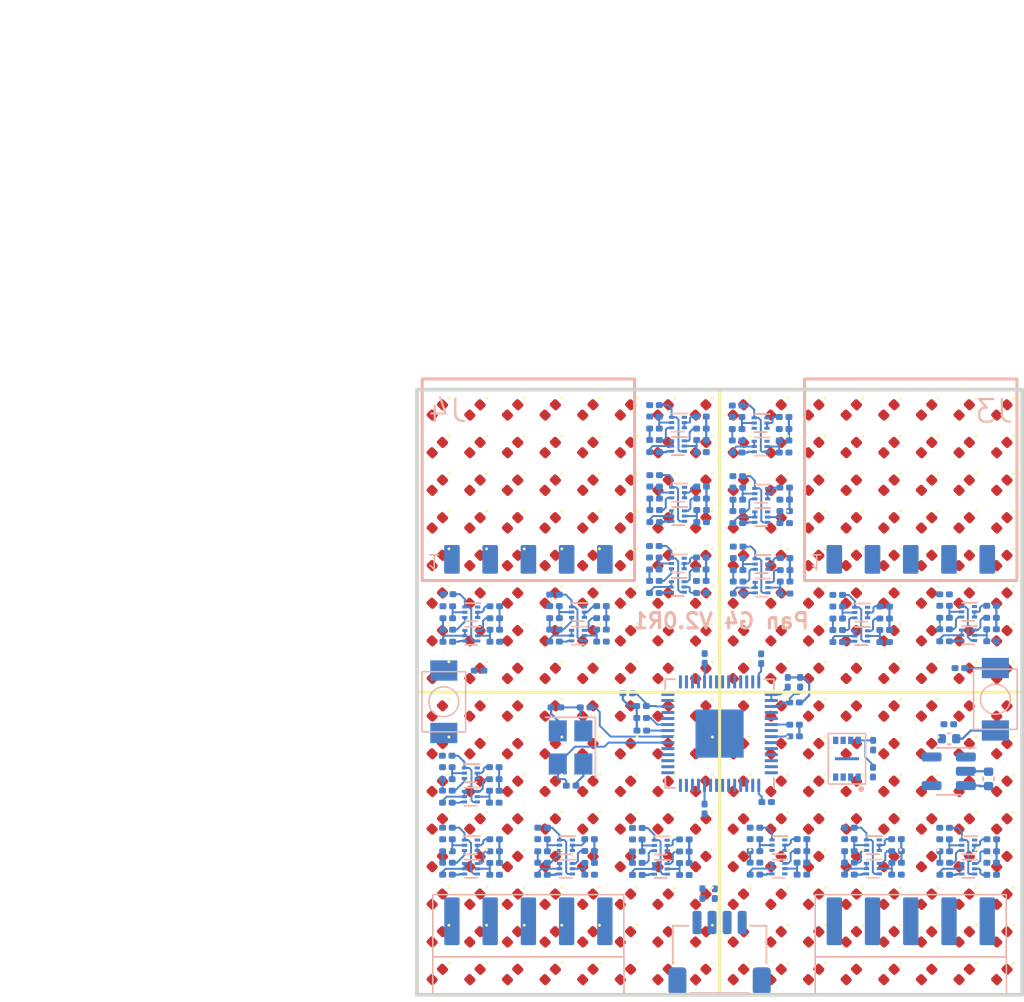
<source format=kicad_pcb>
(kicad_pcb (version 20221018) (generator pcbnew)
  (layers (0 "F.Cu" signal) (1 "In1.Cu" signal) (2 "In2.Cu" signal) (3 "In3.Cu" signal) (4 "In4.Cu" signal) (31 "B.Cu" signal) (34 "B.Paste" user) (35 "F.Paste" user) (36 "B.SilkS" user "B.Silkscreen") (37 "F.SilkS" user "F.Silkscreen") (38 "B.Mask" user) (39 "F.Mask" user) (44 "Edge.Cuts" user))
  (net 0 "")
  (net 1 "Net-(U2-XIN)")
  (net 2 "Net-(C5-Pad1)")
  (net 3 "/level_shifter/CP_5V_00")
  (net 4 "/level_shifter/CP_5V_01")
  (net 5 "Net-(D115-A)")
  (net 6 "Net-(D101-A)")
  (net 7 "Net-(D102-A)")
  (net 8 "Net-(D119-A)")
  (net 9 "Net-(D103-A)")
  (net 10 "Net-(D104-A)")
  (net 11 "Net-(D105-A)")
  (net 12 "Net-(D10-A)")
  (net 13 "Net-(D107-A)")
  (net 14 "Net-(D108-A)")
  (net 15 "Net-(D109-A)")
  (net 16 "Net-(D110-A)")
  (net 17 "Net-(D111-A)")
  (net 18 "Net-(D112-A)")
  (net 19 "/level_shifter/CP_5V_02")
  (net 20 "/level_shifter/CP_5V_03")
  (net 21 "/level_shifter/CP_5V_04")
  (net 22 "/level_shifter/CP_5V_05")
  (net 23 "Net-(D100-A)")
  (net 24 "Net-(D113-A)")
  (net 25 "/level_shifter/CP_5V_06")
  (net 26 "/level_shifter/CP_5V_07")
  (net 27 "/level_shifter/CP_5V_08")
  (net 28 "/level_shifter/CP_5V_09")
  (net 29 "/level_shifter/CP_5V_10")
  (net 30 "/level_shifter/CP_5V_11")
  (net 31 "/level_shifter/CP_5V_12")
  (net 32 "/level_shifter/CP_5V_13")
  (net 33 "/level_shifter/CP_5V_14")
  (net 34 "GND")
  (net 35 "+3.3V")
  (net 36 "+1V2")
  (net 37 "+5V")
  (net 38 "/level_shifter/CP_5V_15")
  (net 39 "/panel_mcu/D+")
  (net 40 "/panel_mcu/D-")
  (net 41 "Net-(Q2-Pad1)")
  (net 42 "Net-(Q1-Pad2)")
  (net 43 "Net-(Q2-Pad2)")
  (net 44 "Net-(Q1-Pad4)")
  (net 45 "Net-(Q1-Pad5)")
  (net 46 "Net-(Q2-Pad5)")
  (net 47 "Net-(Q4-Pad1)")
  (net 48 "Net-(Q3-Pad2)")
  (net 49 "Net-(Q4-Pad2)")
  (net 50 "Net-(Q3-Pad4)")
  (net 51 "Net-(Q3-Pad5)")
  (net 52 "Net-(Q4-Pad5)")
  (net 53 "Net-(Q6-Pad1)")
  (net 54 "Net-(Q5-Pad2)")
  (net 55 "Net-(Q6-Pad2)")
  (net 56 "/panel_header/MOSI")
  (net 57 "/panel_header/MISO")
  (net 58 "/panel_header/CS0")
  (net 59 "/panel_header/SCK")
  (net 60 "Net-(Q5-Pad4)")
  (net 61 "Net-(Q5-Pad5)")
  (net 62 "Net-(Q6-Pad5)")
  (net 63 "Net-(Q8-Pad1)")
  (net 64 "Net-(Q7-Pad2)")
  (net 65 "Net-(Q8-Pad2)")
  (net 66 "Net-(Q7-Pad4)")
  (net 67 "Net-(Q7-Pad5)")
  (net 68 "Net-(Q8-Pad5)")
  (net 69 "Net-(Q10-Pad1)")
  (net 70 "Net-(Q9-Pad2)")
  (net 71 "Net-(Q10-Pad2)")
  (net 72 "/panel_mcu/QSPI_SD3")
  (net 73 "/panel_mcu/QSPI_SCLK")
  (net 74 "/panel_mcu/QSPI_SDO")
  (net 75 "/panel_mcu/QSPI_SD2")
  (net 76 "/panel_mcu/QSPI_SD1")
  (net 77 "/panel_mcu/QSIP_SS")
  (net 78 "/panel_header/CS1")
  (net 79 "/panel_header/CS2")
  (net 80 "/panel_header/CS4")
  (net 81 "/panel_header/CS5")
  (net 82 "Net-(Q9-Pad4)")
  (net 83 "Net-(Q9-Pad5)")
  (net 84 "Net-(Q10-Pad5)")
  (net 85 "Net-(Q12-Pad1)")
  (net 86 "Net-(Q11-Pad2)")
  (net 87 "Net-(Q12-Pad2)")
  (net 88 "Net-(Q11-Pad4)")
  (net 89 "Net-(Q11-Pad5)")
  (net 90 "Net-(Q12-Pad5)")
  (net 91 "Net-(Q14-Pad1)")
  (net 92 "Net-(Q13-Pad2)")
  (net 93 "Net-(Q14-Pad2)")
  (net 94 "Net-(Q13-Pad4)")
  (net 95 "Net-(Q13-Pad5)")
  (net 96 "Net-(Q14-Pad5)")
  (net 97 "Net-(Q16-Pad1)")
  (net 98 "Net-(Q15-Pad2)")
  (net 99 "Net-(Q16-Pad2)")
  (net 100 "Net-(Q15-Pad4)")
  (net 101 "Net-(Q15-Pad5)")
  (net 102 "Net-(Q16-Pad5)")
  (net 103 "Net-(Q18-Pad1)")
  (net 104 "Net-(Q17-Pad2)")
  (net 105 "Net-(Q18-Pad2)")
  (net 106 "Net-(Q17-Pad4)")
  (net 107 "Net-(Q17-Pad5)")
  (net 108 "Net-(Q18-Pad5)")
  (net 109 "Net-(Q20-Pad1)")
  (net 110 "Net-(Q19-Pad2)")
  (net 111 "Net-(Q20-Pad2)")
  (net 112 "Net-(Q19-Pad4)")
  (net 113 "Net-(Q19-Pad5)")
  (net 114 "Net-(Q20-Pad5)")
  (net 115 "Net-(Q22-Pad1)")
  (net 116 "Net-(Q21-Pad2)")
  (net 117 "Net-(Q22-Pad2)")
  (net 118 "Net-(Q21-Pad4)")
  (net 119 "Net-(Q21-Pad5)")
  (net 120 "Net-(Q22-Pad5)")
  (net 121 "Net-(Q24-Pad1)")
  (net 122 "Net-(Q23-Pad2)")
  (net 123 "Net-(Q24-Pad2)")
  (net 124 "Net-(Q23-Pad4)")
  (net 125 "Net-(Q23-Pad5)")
  (net 126 "Net-(Q24-Pad5)")
  (net 127 "Net-(Q26-Pad1)")
  (net 128 "Net-(Q25-Pad2)")
  (net 129 "Net-(Q26-Pad2)")
  (net 130 "Net-(Q25-Pad4)")
  (net 131 "Net-(Q25-Pad5)")
  (net 132 "Net-(Q26-Pad5)")
  (net 133 "Net-(Q28-Pad1)")
  (net 134 "Net-(Q27-Pad2)")
  (net 135 "Net-(Q28-Pad2)")
  (net 136 "Net-(Q27-Pad4)")
  (net 137 "Net-(Q27-Pad5)")
  (net 138 "Net-(Q28-Pad5)")
  (net 139 "Net-(Q30-Pad1)")
  (net 140 "Net-(Q29-Pad2)")
  (net 141 "Net-(Q30-Pad2)")
  (net 142 "Net-(Q29-Pad4)")
  (net 143 "Net-(Q29-Pad5)")
  (net 144 "Net-(Q30-Pad5)")
  (net 145 "Net-(Q32-Pad1)")
  (net 146 "Net-(Q31-Pad2)")
  (net 147 "Net-(Q32-Pad2)")
  (net 148 "Net-(Q31-Pad4)")
  (net 149 "Net-(Q31-Pad5)")
  (net 150 "Net-(Q32-Pad5)")
  (net 151 "Net-(Q34-Pad1)")
  (net 152 "Net-(Q33-Pad2)")
  (net 153 "Net-(Q34-Pad2)")
  (net 154 "Net-(Q33-Pad4)")
  (net 155 "Net-(Q33-Pad5)")
  (net 156 "Net-(Q34-Pad5)")
  (net 157 "/level_shifter/CP_5V_16")
  (net 158 "Net-(U2-USB_DP)")
  (net 159 "Net-(U2-USB_DM)")
  (net 160 "Net-(U2-XOUT)")
  (net 161 "/panel_mcu/USBBOOT")
  (net 162 "/level_shifter/CP_3V3_00")
  (net 163 "/level_shifter/CP_3V3_01")
  (net 164 "/level_shifter/CP_3V3_02")
  (net 165 "/level_shifter/CP_3V3_03")
  (net 166 "/level_shifter/CP_3V3_04")
  (net 167 "/level_shifter/CP_3V3_05")
  (net 168 "/level_shifter/CP_3V3_06")
  (net 169 "/level_shifter/CP_3V3_07")
  (net 170 "/level_shifter/CP_3V3_08")
  (net 171 "/level_shifter/CP_3V3_09")
  (net 172 "/level_shifter/CP_3V3_10")
  (net 173 "/level_shifter/CP_3V3_11")
  (net 174 "/level_shifter/CP_3V3_12")
  (net 175 "/level_shifter/CP_3V3_13")
  (net 176 "/level_shifter/CP_3V3_14")
  (net 177 "/level_shifter/CP_3V3_15")
  (net 178 "/level_shifter/CP_3V3_16")
  (footprint "panel_custom:LED_0402_1005Metric" (layer "F.Cu") (at 78.75 63.75 -135)
    (fp_text reference "D182" hide)
    (fp_text value "LED" hide)
  )
  (footprint "panel_custom:LED_0402_1005Metric" (layer "F.Cu") (at 76.25 83.75 -135)
    (fp_text reference "D174" hide)
    (fp_text value "LED" hide)
  )
  (footprint "panel_custom:LED_0402_1005Metric" (layer "F.Cu") (at 76.25 63.75 -135)
    (fp_text reference "D166" hide)
    (fp_text value "LED" hide)
  )
  (footprint "panel_custom:LED_0402_1005Metric" (layer "F.Cu") (at 73.75 83.75 -135)
    (fp_text reference "D158" hide)
    (fp_text value "LED" hide)
  )
  (footprint "panel_custom:LED_0402_1005Metric" (layer "F.Cu") (at 73.75 63.75 -135)
    (fp_text reference "D150" hide)
    (fp_text value "LED" hide)
  )
  (footprint "panel_custom:LED_0402_1005Metric" (layer "F.Cu") (at 71.25 83.75 -135)
    (fp_text reference "D142" hide)
    (fp_text value "LED" hide)
  )
  (footprint "panel_custom:LED_0402_1005Metric" (layer "F.Cu") (at 71.25 63.75 -135)
    (fp_text reference "D134" hide)
    (fp_text value "LED" hide)
  )
  (footprint "panel_custom:LED_0402_1005Metric" (layer "F.Cu") (at 78.75 81.25 -135)
    (fp_text reference "D189" hide)
    (fp_text value "LED" hide)
  )
  (footprint "panel_custom:LED_0402_1005Metric" (layer "F.Cu") (at 78.75 61.25 -135)
    (fp_text reference "D181" hide)
    (fp_text value "LED" hide)
  )
  (footprint "panel_custom:LED_0402_1005Metric" (layer "F.Cu") (at 76.25 81.25 -135)
    (fp_text reference "D173" hide)
    (fp_text value "LED" hide)
  )
  (footprint "panel_custom:LED_0402_1005Metric" (layer "F.Cu") (at 76.25 61.25 -135)
    (fp_text reference "D165" hide)
    (fp_text value "LED" hide)
  )
  (footprint "panel_custom:LED_0402_1005Metric" (layer "F.Cu") (at 73.75 81.25 -135)
    (fp_text reference "D157" hide)
    (fp_text value "LED" hide)
  )
  (footprint "panel_custom:LED_0402_1005Metric" (layer "F.Cu") (at 73.75 61.25 -135)
    (fp_text reference "D149" hide)
    (fp_text value "LED" hide)
  )
  (footprint "panel_custom:LED_0402_1005Metric" (layer "F.Cu") (at 71.25 81.25 -135)
    (fp_text reference "D141" hide)
    (fp_text value "LED" hide)
  )
  (footprint "panel_custom:LED_0402_1005Metric" (layer "F.Cu") (at 78.75 78.75 -135)
    (fp_text reference "D188" hide)
    (fp_text value "LED" hide)
  )
  (footprint "panel_custom:LED_0402_1005Metric" (layer "F.Cu") (at 71.25 61.25 -135)
    (fp_text reference "D133" hide)
    (fp_text value "LED" hide)
  )
  (footprint "panel_custom:LED_0402_1005Metric" (layer "F.Cu") (at 78.75 86.25 -135)
    (fp_text reference "D191" hide)
    (fp_text value "LED" hide)
  )
  (footprint "panel_custom:LED_0402_1005Metric" (layer "F.Cu") (at 76.25 68.75 -135)
    (fp_text reference "D168" hide)
    (fp_text value "LED" hide)
  )
  (footprint "panel_custom:LED_0402_1005Metric" (layer "F.Cu") (at 76.25 88.75 -135)
    (fp_text reference "D176" hide)
    (fp_text value "LED" hide)
  )
  (footprint "panel_custom:LED_0402_1005Metric" (layer "F.Cu") (at 68.75 88.75 -135)
    (fp_text reference "D128" hide)
    (fp_text value "LED" hide)
  )
  (footprint "panel_custom:LED_0402_1005Metric" (layer "F.Cu") (at 78.75 68.75 -135)
    (fp_text reference "D184" hide)
    (fp_text value "LED" hide)
  )
  (footprint "panel_custom:LED_0402_1005Metric" (layer "F.Cu") (at 73.75 88.75 -135)
    (fp_text reference "D160" hide)
    (fp_text value "LED" hide)
  )
  (footprint "panel_custom:LED_0402_1005Metric" (layer "F.Cu") (at 73.75 68.75 -135)
    (fp_text reference "D152" hide)
    (fp_text value "LED" hide)
  )
  (footprint "panel_custom:LED_0402_1005Metric" (layer "F.Cu") (at 71.25 88.75 -135)
    (fp_text reference "D144" hide)
    (fp_text value "LED" hide)
  )
  (footprint "panel_custom:LED_0402_1005Metric" (layer "F.Cu") (at 71.25 68.75 -135)
    (fp_text reference "D136" hide)
    (fp_text value "LED" hide)
  )
  (footprint "panel_custom:LED_0402_1005Metric" (layer "F.Cu") (at 78.75 83.75 -135)
    (fp_text reference "D190" hide)
    (fp_text value "LED" hide)
  )
  (footprint "panel_custom:LED_0402_1005Metric" (layer "F.Cu") (at 78.75 66.25 -135)
    (fp_text reference "D183" hide)
    (fp_text value "LED" hide)
  )
  (footprint "panel_custom:LED_0402_1005Metric" (layer "F.Cu") (at 76.25 86.25 -135)
    (fp_text reference "D175" hide)
    (fp_text value "LED" hide)
  )
  (footprint "panel_custom:LED_0402_1005Metric" (layer "F.Cu") (at 76.25 66.25 -135)
    (fp_text reference "D167" hide)
    (fp_text value "LED" hide)
  )
  (footprint "panel_custom:LED_0402_1005Metric" (layer "F.Cu") (at 73.75 86.25 -135)
    (fp_text reference "D159" hide)
    (fp_text value "LED" hide)
  )
  (footprint "panel_custom:LED_0402_1005Metric" (layer "F.Cu") (at 73.75 66.25 -135)
    (fp_text reference "D151" hide)
    (fp_text value "LED" hide)
  )
  (footprint "panel_custom:LED_0402_1005Metric" (layer "F.Cu") (at 71.25 86.25 -135)
    (fp_text reference "D143" hide)
    (fp_text value "LED" hide)
  )
  (footprint "panel_custom:LED_0402_1005Metric" (layer "F.Cu") (at 71.25 66.25 -135)
    (fp_text reference "D135" hide)
    (fp_text value "LED" hide)
  )
  (footprint "panel_custom:LED_0402_1005Metric" (layer "F.Cu") (at 78.75 53.75 -135)
    (fp_text reference "D178" hide)
    (fp_text value "LED" hide)
  )
  (footprint "panel_custom:LED_0402_1005Metric" (layer "F.Cu") (at 68.75 66.25 -135)
    (fp_text reference "D119" hide)
    (fp_text value "LED" hide)
  )
  (footprint "panel_custom:LED_0402_1005Metric" (layer "F.Cu") (at 71.25 51.25 -135)
    (fp_text reference "D129" hide)
    (fp_text value "LED" hide)
  )
  (footprint "panel_custom:LED_0402_1005Metric" (layer "F.Cu") (at 71.25 71.25 -135)
    (fp_text reference "D137" hide)
    (fp_text value "LED" hide)
  )
  (footprint "panel_custom:LED_0402_1005Metric" (layer "F.Cu") (at 73.75 51.25 -135)
    (fp_text reference "D145" hide)
    (fp_text value "LED" hide)
  )
  (footprint "panel_custom:LED_0402_1005Metric" (layer "F.Cu") (at 73.75 71.25 -135)
    (fp_text reference "D153" hide)
    (fp_text value "LED" hide)
  )
  (footprint "panel_custom:LED_0402_1005Metric" (layer "F.Cu") (at 76.25 51.25 -135)
    (fp_text reference "D161" hide)
    (fp_text value "LED" hide)
  )
  (footprint "panel_custom:LED_0402_1005Metric" (layer "F.Cu") (at 76.25 71.25 -135)
    (fp_text reference "D169" hide)
    (fp_text value "LED" hide)
  )
  (footprint "panel_custom:LED_0402_1005Metric" (layer "F.Cu") (at 78.75 51.25 -135)
    (fp_text reference "D177" hide)
    (fp_text value "LED" hide)
  )
  (footprint "panel_custom:LED_0402_1005Metric" (layer "F.Cu") (at 78.75 71.25 -135)
    (fp_text reference "D185" hide)
    (fp_text value "LED" hide)
  )
  (footprint "panel_custom:LED_0402_1005Metric" (layer "F.Cu") (at 71.25 53.75 -135)
    (fp_text reference "D130" hide)
    (fp_text value "LED" hide)
  )
  (footprint "panel_custom:LED_0402_1005Metric" (layer "F.Cu") (at 71.25 73.75 -135)
    (fp_text reference "D138" hide)
    (fp_text value "LED" hide)
  )
  (footprint "panel_custom:LED_0402_1005Metric" (layer "F.Cu") (at 73.75 53.75 -135)
    (fp_text reference "D146" hide)
    (fp_text value "LED" hide)
  )
  (footprint "panel_custom:LED_0402_1005Metric" (layer "F.Cu") (at 73.75 73.75 -135)
    (fp_text reference "D154" hide)
    (fp_text value "LED" hide)
  )
  (footprint "panel_custom:LED_0402_1005Metric" (layer "F.Cu") (at 76.25 53.75 -135)
    (fp_text reference "D162" hide)
    (fp_text value "LED" hide)
  )
  (footprint "panel_custom:LED_0402_1005Metric" (layer "F.Cu") (at 76.25 73.75 -135)
    (fp_text reference "D170" hide)
    (fp_text value "LED" hide)
  )
  (footprint "panel_custom:LED_0402_1005Metric" (layer "F.Cu") (at 78.75 58.75 -135)
    (fp_text reference "D180" hide)
    (fp_text value "LED" hide)
  )
  (footprint "panel_custom:LED_0402_1005Metric" (layer "F.Cu") (at 78.75 73.75 -135)
    (fp_text reference "D186" hide)
    (fp_text value "LED" hide)
  )
  (footprint "panel_custom:LED_0402_1005Metric" (layer "F.Cu") (at 71.25 56.25 -135)
    (fp_text reference "D131" hide)
    (fp_text value "LED" hide)
  )
  (footprint "panel_custom:LED_0402_1005Metric" (layer "F.Cu") (at 71.25 76.25 -135)
    (fp_text reference "D139" hide)
    (fp_text value "LED" hide)
  )
  (footprint "panel_custom:LED_0402_1005Metric" (layer "F.Cu") (at 73.75 56.25 -135)
    (fp_text reference "D147" hide)
    (fp_text value "LED" hide)
  )
  (footprint "panel_custom:LED_0402_1005Metric" (layer "F.Cu") (at 73.75 76.25 -135)
    (fp_text reference "D155" hide)
    (fp_text value "LED" hide)
  )
  (footprint "panel_custom:LED_0402_1005Metric" (layer "F.Cu") (at 76.25 56.25 -135)
    (fp_text reference "D163" hide)
    (fp_text value "LED" hide)
  )
  (footprint "panel_custom:LED_0402_1005Metric" (layer "F.Cu") (at 76.25 76.25 -135)
    (fp_text reference "D171" hide)
    (fp_text value "LED" hide)
  )
  (footprint "panel_custom:LED_0402_1005Metric" (layer "F.Cu") (at 78.75 56.25 -135)
    (fp_text reference "D179" hide)
    (fp_text value "LED" hide)
  )
  (footprint "panel_custom:LED_0402_1005Metric" (layer "F.Cu") (at 78.75 76.25 -135)
    (fp_text reference "D187" hide)
    (fp_text value "LED" hide)
  )
  (footprint "panel_custom:LED_0402_1005Metric" (layer "F.Cu") (at 71.25 58.75 -135)
    (fp_text reference "D132" hide)
    (fp_text value "LED" hide)
  )
  (footprint "panel_custom:LED_0402_1005Metric" (layer "F.Cu") (at 71.25 78.75 -135)
    (fp_text reference "D140" hide)
    (fp_text value "LED" hide)
  )
  (footprint "panel_custom:LED_0402_1005Metric" (layer "F.Cu") (at 73.75 58.75 -135)
    (fp_text reference "D148" hide)
    (fp_text value "LED" hide)
  )
  (footprint "panel_custom:LED_0402_1005Metric" (layer "F.Cu") (at 73.75 78.75 -135)
    (fp_text reference "D156" hide)
    (fp_text value "LED" hide)
  )
  (footprint "panel_custom:LED_0402_1005Metric" (layer "F.Cu") (at 76.25 58.75 -135)
    (fp_text reference "D164" hide)
    (fp_text value "LED" hide)
  )
  (footprint "panel_custom:LED_0402_1005Metric" (layer "F.Cu") (at 76.25 78.75 -135)
    (fp_text reference "D172" hide)
    (fp_text value "LED" hide)
  )
  (footprint "panel_custom:LED_0402_1005Metric" (layer "F.Cu") (at 88.75 81.25 -135)
    (fp_text reference "D253" hide)
    (fp_text value "LED" hide)
  )
  (footprint "panel_custom:LED_0402_1005Metric" (layer "F.Cu") (at 88.75 83.75 -135)
    (fp_text reference "D254" hide)
    (fp_text value "LED" hide)
  )
  (footprint "panel_custom:LED_0402_1005Metric" (layer "F.Cu") (at 88.75 63.75 -135)
    (fp_text reference "D246" hide)
    (fp_text value "LED" hide)
  )
  (footprint "panel_custom:LED_0402_1005Metric" (layer "F.Cu") (at 86.25 83.75 -135)
    (fp_text reference "D238" hide)
    (fp_text value "LED" hide)
  )
  (footprint "panel_custom:LED_0402_1005Metric" (layer "F.Cu") (at 86.25 63.75 -135)
    (fp_text reference "D230" hide)
    (fp_text value "LED" hide)
  )
  (footprint "panel_custom:LED_0402_1005Metric" (layer "F.Cu") (at 83.75 83.75 -135)
    (fp_text reference "D222" hide)
    (fp_text value "LED" hide)
  )
  (footprint "panel_custom:LED_0402_1005Metric" (layer "F.Cu") (at 83.75 63.75 -135)
    (fp_text reference "D214" hide)
    (fp_text value "LED" hide)
  )
  (footprint "panel_custom:LED_0402_1005Metric" (layer "F.Cu") (at 81.25 83.75 -135)
    (fp_text reference "D206" hide)
    (fp_text value "LED" hide)
  )
  (footprint "panel_custom:LED_0402_1005Metric" (layer "F.Cu") (at 81.25 63.75 -135)
    (fp_text reference "D198" hide)
    (fp_text value "LED" hide)
  )
  (footprint "panel_custom:LED_0402_1005Metric" (layer "F.Cu") (at 81.25 66.25 -135)
    (fp_text reference "D199" hide)
    (fp_text value "LED" hide)
  )
  (footprint "panel_custom:LED_0402_1005Metric" (layer "F.Cu") (at 88.75 61.25 -135)
    (fp_text reference "D245" hide)
    (fp_text value "LED" hide)
  )
  (footprint "panel_custom:LED_0402_1005Metric" (layer "F.Cu") (at 86.25 81.25 -135)
    (fp_text reference "D237" hide)
    (fp_text value "LED" hide)
  )
  (footprint "panel_custom:LED_0402_1005Metric" (layer "F.Cu") (at 86.25 61.25 -135)
    (fp_text reference "D229" hide)
    (fp_text value "LED" hide)
  )
  (footprint "panel_custom:LED_0402_1005Metric" (layer "F.Cu") (at 83.75 81.25 -135)
    (fp_text reference "D221" hide)
    (fp_text value "LED" hide)
  )
  (footprint "panel_custom:LED_0402_1005Metric" (layer "F.Cu") (at 83.75 61.25 -135)
    (fp_text reference "D213" hide)
    (fp_text value "LED" hide)
  )
  (footprint "panel_custom:LED_0402_1005Metric" (layer "F.Cu") (at 81.25 81.25 -135)
    (fp_text reference "D205" hide)
    (fp_text value "LED" hide)
  )
  (footprint "panel_custom:LED_0402_1005Metric" (layer "F.Cu") (at 81.25 61.25 -135)
    (fp_text reference "D197" hide)
    (fp_text value "LED" hide)
  )
  (footprint "panel_custom:LED_0402_1005Metric" (layer "F.Cu") (at 88.75 78.75 -135)
    (fp_text reference "D252" hide)
    (fp_text value "LED" hide)
  )
  (footprint "panel_custom:LED_0402_1005Metric" (layer "F.Cu") (at 81.25 86.25 -135)
    (fp_text reference "D207" hide)
    (fp_text value "LED" hide)
  )
  (footprint "panel_custom:LED_0402_1005Metric" (layer "F.Cu") (at 83.75 66.25 -135)
    (fp_text reference "D215" hide)
    (fp_text value "LED" hide)
  )
  (footprint "panel_custom:LED_0402_1005Metric" (layer "F.Cu") (at 83.75 86.25 -135)
    (fp_text reference "D223" hide)
    (fp_text value "LED" hide)
  )
  (footprint "panel_custom:LED_0402_1005Metric" (layer "F.Cu") (at 86.25 66.25 -135)
    (fp_text reference "D231" hide)
    (fp_text value "LED" hide)
  )
  (footprint "panel_custom:LED_0402_1005Metric" (layer "F.Cu") (at 86.25 86.25 -135)
    (fp_text reference "D239" hide)
    (fp_text value "LED" hide)
  )
  (footprint "panel_custom:LED_0402_1005Metric" (layer "F.Cu") (at 88.75 66.25 -135)
    (fp_text reference "D247" hide)
    (fp_text value "LED" hide)
  )
  (footprint "panel_custom:LED_0402_1005Metric" (layer "F.Cu") (at 88.75 86.25 -135)
    (fp_text reference "D255" hide)
    (fp_text value "LED" hide)
  )
  (footprint "panel_custom:LED_0402_1005Metric" (layer "F.Cu") (at 81.25 68.75 -135)
    (fp_text reference "D200" hide)
    (fp_text value "LED" hide)
  )
  (footprint "panel_custom:LED_0402_1005Metric" (layer "F.Cu") (at 81.25 88.75 -135)
    (fp_text reference "D208" hide)
    (fp_text value "LED" hide)
  )
  (footprint "panel_custom:LED_0402_1005Metric" (layer "F.Cu") (at 83.75 68.75 -135)
    (fp_text reference "D216" hide)
    (fp_text value "LED" hide)
  )
  (footprint "panel_custom:LED_0402_1005Metric" (layer "F.Cu") (at 83.75 88.75 -135)
    (fp_text reference "D224" hide)
    (fp_text value "LED" hide)
  )
  (footprint "panel_custom:LED_0402_1005Metric" (layer "F.Cu") (at 86.25 68.75 -135)
    (fp_text reference "D232" hide)
    (fp_text value "LED" hide)
  )
  (footprint "panel_custom:LED_0402_1005Metric" (layer "F.Cu") (at 86.25 88.75 -135)
    (fp_text reference "D240" hide)
    (fp_text value "LED" hide)
  )
  (footprint "panel_custom:LED_0402_1005Metric" (layer "F.Cu") (at 88.75 68.75 -135)
    (fp_text reference "D248" hide)
    (fp_text value "LED" hide)
  )
  (footprint "panel_custom:LED_0402_1005Metric" (layer "F.Cu") (at 88.75 88.75 -135)
    (fp_text reference "D256" hide)
    (fp_text value "LED" hide)
  )
  (footprint "panel_custom:LED_0402_1005Metric" (layer "F.Cu") (at 88.75 73.75 -135)
    (fp_text reference "D250" hide)
    (fp_text value "LED" hide)
  )
  (footprint "panel_custom:LED_0402_1005Metric" (layer "F.Cu") (at 81.25 51.25 -135)
    (fp_text reference "D193" hide)
    (fp_text value "LED" hide)
  )
  (footprint "panel_custom:LED_0402_1005Metric" (layer "F.Cu") (at 81.25 71.25 -135)
    (fp_text reference "D201" hide)
    (fp_text value "LED" hide)
  )
  (footprint "panel_custom:LED_0402_1005Metric" (layer "F.Cu") (at 83.75 51.25 -135)
    (fp_text reference "D209" hide)
    (fp_text value "LED" hide)
  )
  (footprint "panel_custom:LED_0402_1005Metric" (layer "F.Cu") (at 83.75 71.25 -135)
    (fp_text reference "D217" hide)
    (fp_text value "LED" hide)
  )
  (footprint "panel_custom:LED_0402_1005Metric" (layer "F.Cu") (at 86.25 51.25 -135)
    (fp_text reference "D225" hide)
    (fp_text value "LED" hide)
  )
  (footprint "panel_custom:LED_0402_1005Metric" (layer "F.Cu") (at 86.25 71.25 -135)
    (fp_text reference "D233" hide)
    (fp_text value "LED" hide)
  )
  (footprint "panel_custom:LED_0402_1005Metric" (layer "F.Cu") (at 88.75 51.25 -135)
    (fp_text reference "D241" hide)
    (fp_text value "LED" hide)
  )
  (footprint "panel_custom:LED_0402_1005Metric" (layer "F.Cu") (at 88.75 71.25 -135)
    (fp_text reference "D249" hide)
    (fp_text value "LED" hide)
  )
  (footprint "panel_custom:LED_0402_1005Metric" (layer "F.Cu") (at 81.25 53.75 -135)
    (fp_text reference "D194" hide)
    (fp_text value "LED" hide)
  )
  (footprint "panel_custom:LED_0402_1005Metric" (layer "F.Cu") (at 81.25 73.75 -135)
    (fp_text reference "D202" hide)
    (fp_text value "LED" hide)
  )
  (footprint "panel_custom:LED_0402_1005Metric" (layer "F.Cu") (at 83.75 53.75 -135)
    (fp_text reference "D210" hide)
    (fp_text value "LED" hide)
  )
  (footprint "panel_custom:LED_0402_1005Metric" (layer "F.Cu") (at 83.75 73.75 -135)
    (fp_text reference "D218" hide)
    (fp_text value "LED" hide)
  )
  (footprint "panel_custom:LED_0402_1005Metric" (layer "F.Cu") (at 86.25 53.75 -135)
    (fp_text reference "D226" hide)
    (fp_text value "LED" hide)
  )
  (footprint "panel_custom:LED_0402_1005Metric" (layer "F.Cu") (at 86.25 73.75 -135)
    (fp_text reference "D234" hide)
    (fp_text value "LED" hide)
  )
  (footprint "panel_custom:LED_0402_1005Metric" (layer "F.Cu") (at 88.75 53.75 -135)
    (fp_text reference "D242" hide)
    (fp_text value "LED" hide)
  )
  (footprint "panel_custom:LED_0402_1005Metric" (layer "F.Cu") (at 78.75 88.75 -135)
    (fp_text reference "D192" hide)
    (fp_text value "LED" hide)
  )
  (footprint "panel_custom:LED_0402_1005Metric" (layer "F.Cu") (at 81.25 56.25 -135)
    (fp_text reference "D195" hide)
    (fp_text value "LED" hide)
  )
  (footprint "panel_custom:LED_0402_1005Metric" (layer "F.Cu") (at 81.25 76.25 -135)
    (fp_text reference "D203" hide)
    (fp_text value "LED" hide)
  )
  (footprint "panel_custom:LED_0402_1005Metric" (layer "F.Cu") (at 83.75 56.25 -135)
    (fp_text reference "D211" hide)
    (fp_text value "LED" hide)
  )
  (footprint "panel_custom:LED_0402_1005Metric" (layer "F.Cu") (at 83.75 76.25 -135)
    (fp_text reference "D219" hide)
    (fp_text value "LED" hide)
  )
  (footprint "panel_custom:LED_0402_1005Metric" (layer "F.Cu") (at 86.25 56.25 -135)
    (fp_text reference "D227" hide)
    (fp_text value "LED" hide)
  )
  (footprint "panel_custom:LED_0402_1005Metric" (layer "F.Cu") (at 86.25 76.25 -135)
    (fp_text reference "D235" hide)
    (fp_text value "LED" hide)
  )
  (footprint "panel_custom:LED_0402_1005Metric" (layer "F.Cu") (at 88.75 56.25 -135)
    (fp_text reference "D243" hide)
    (fp_text value "LED" hide)
  )
  (footprint "panel_custom:LED_0402_1005Metric" (layer "F.Cu") (at 88.75 76.25 -135)
    (fp_text reference "D251" hide)
    (fp_text value "LED" hide)
  )
  (footprint "panel_custom:LED_0402_1005Metric" (layer "F.Cu") (at 81.25 58.75 -135)
    (fp_text reference "D196" hide)
    (fp_text value "LED" hide)
  )
  (footprint "panel_custom:LED_0402_1005Metric" (layer "F.Cu") (at 81.25 78.75 -135)
    (fp_text reference "D204" hide)
    (fp_text value "LED" hide)
  )
  (footprint "panel_custom:LED_0402_1005Metric" (layer "F.Cu") (at 83.75 58.75 -135)
    (fp_text reference "D212" hide)
    (fp_text value "LED" hide)
  )
  (footprint "panel_custom:LED_0402_1005Metric" (layer "F.Cu") (at 83.75 78.75 -135)
    (fp_text reference "D220" hide)
    (fp_text value "LED" hide)
  )
  (footprint "panel_custom:LED_0402_1005Metric" (layer "F.Cu") (at 86.25 58.75 -135)
    (fp_text reference "D228" hide)
    (fp_text value "LED" hide)
  )
  (footprint "panel_custom:LED_0402_1005Metric" (layer "F.Cu") (at 86.25 78.75 -135)
    (fp_text reference "D236" hide)
    (fp_text value "LED" hide)
  )
  (footprint "panel_custom:LED_0402_1005Metric" (layer "F.Cu") (at 88.75 58.75 -135)
    (fp_text reference "D244" hide)
    (fp_text value "LED" hide)
  )
  (footprint "panel_custom:LED_0402_1005Metric" (layer "F.Cu") (at 58.75 83.75 -135)
    (fp_text reference "D62" hide)
    (fp_text value "LED" hide)
  )
  (footprint "panel_custom:LED_0402_1005Metric" (layer "F.Cu") (at 51.25 61.25 -135)
    (fp_text reference "D5" hide)
    (fp_text value "LED" hide)
  )
  (footprint "panel_custom:LED_0402_1005Metric" (layer "F.Cu") (at 51.25 81.25 -135)
    (fp_text reference "D13" hide)
    (fp_text value "LED" hide)
  )
  (footprint "panel_custom:LED_0402_1005Metric" (layer "F.Cu") (at 53.75 61.25 -135)
    (fp_text reference "D21" hide)
    (fp_text value "LED" hide)
  )
  (footprint "panel_custom:LED_0402_1005Metric" (layer "F.Cu") (at 53.75 81.25 -135)
    (fp_text reference "D29" hide)
    (fp_text value "LED" hide)
  )
  (footprint "panel_custom:LED_0402_1005Metric" (layer "F.Cu") (at 56.25 61.25 -135)
    (fp_text reference "D37" hide)
    (fp_text value "LED" hide)
  )
  (footprint "panel_custom:LED_0402_1005Metric" (layer "F.Cu") (at 56.25 81.25 -135)
    (fp_text reference "D45" hide)
    (fp_text value "LED" hide)
  )
  (footprint "panel_custom:LED_0402_1005Metric" (layer "F.Cu") (at 58.75 61.25 -135)
    (fp_text reference "D53" hide)
    (fp_text value "LED" hide)
  )
  (footprint "panel_custom:LED_0402_1005Metric" (layer "F.Cu") (at 58.75 81.25 -135)
    (fp_text reference "D61" hide)
    (fp_text value "LED" hide)
  )
  (footprint "panel_custom:LED_0402_1005Metric" (layer "F.Cu") (at 51.25 63.75 -135)
    (fp_text reference "D6" hide)
    (fp_text value "LED" hide)
  )
  (footprint "panel_custom:LED_0402_1005Metric" (layer "F.Cu") (at 51.25 83.75 -135)
    (fp_text reference "D14" hide)
    (fp_text value "LED" hide)
  )
  (footprint "panel_custom:LED_0402_1005Metric" (layer "F.Cu") (at 53.75 63.75 -135)
    (fp_text reference "D22" hide)
    (fp_text value "LED" hide)
  )
  (footprint "panel_custom:LED_0402_1005Metric" (layer "F.Cu") (at 53.75 83.75 -135)
    (fp_text reference "D30" hide)
    (fp_text value "LED" hide)
  )
  (footprint "panel_custom:LED_0402_1005Metric" (layer "F.Cu") (at 56.25 63.75 -135)
    (fp_text reference "D38" hide)
    (fp_text value "LED" hide)
  )
  (footprint "panel_custom:LED_0402_1005Metric" (layer "F.Cu") (at 56.25 83.75 -135)
    (fp_text reference "D46" hide)
    (fp_text value "LED" hide)
  )
  (footprint "panel_custom:LED_0402_1005Metric" (layer "F.Cu") (at 58.75 63.75 -135)
    (fp_text reference "D54" hide)
    (fp_text value "LED" hide)
  )
  (footprint "panel_custom:LED_0402_1005Metric" (layer "F.Cu") (at 58.75 78.75 -135)
    (fp_text reference "D60" hide)
    (fp_text value "LED" hide)
  )
  (footprint "panel_custom:LED_0402_1005Metric" (layer "F.Cu") (at 51.25 66.25 -135)
    (fp_text reference "D7" hide)
    (fp_text value "LED" hide)
  )
  (footprint "panel_custom:LED_0402_1005Metric" (layer "F.Cu") (at 51.25 86.25 -135)
    (fp_text reference "D15" hide)
    (fp_text value "LED" hide)
  )
  (footprint "panel_custom:LED_0402_1005Metric" (layer "F.Cu") (at 53.75 66.25 -135)
    (fp_text reference "D23" hide)
    (fp_text value "LED" hide)
  )
  (footprint "panel_custom:LED_0402_1005Metric" (layer "F.Cu") (at 53.75 86.25 -135)
    (fp_text reference "D31" hide)
    (fp_text value "LED" hide)
  )
  (footprint "panel_custom:LED_0402_1005Metric" (layer "F.Cu") (at 56.25 66.25 -135)
    (fp_text reference "D39" hide)
    (fp_text value "LED" hide)
  )
  (footprint "panel_custom:LED_0402_1005Metric" (layer "F.Cu") (at 56.25 86.25 -135)
    (fp_text reference "D47" hide)
    (fp_text value "LED" hide)
  )
  (footprint "panel_custom:LED_0402_1005Metric" (layer "F.Cu") (at 58.75 66.25 -135)
    (fp_text reference "D55" hide)
    (fp_text value "LED" hide)
  )
  (footprint "panel_custom:LED_0402_1005Metric" (layer "F.Cu") (at 58.75 86.25 -135)
    (fp_text reference "D63" hide)
    (fp_text value "LED" hide)
  )
  (footprint "panel_custom:LED_0402_1005Metric" (layer "F.Cu") (at 51.25 68.75 -135)
    (fp_text reference "D8" hide)
    (fp_text value "LED" hide)
  )
  (footprint "panel_custom:LED_0402_1005Metric" (layer "F.Cu") (at 51.25 88.75 -135)
    (fp_text reference "D16" hide)
    (fp_text value "LED" hide)
  )
  (footprint "panel_custom:LED_0402_1005Metric" (layer "F.Cu") (at 53.75 68.75 -135)
    (fp_text reference "D24" hide)
    (fp_text value "LED" hide)
  )
  (footprint "panel_custom:LED_0402_1005Metric" (layer "F.Cu") (at 53.75 88.75 -135)
    (fp_text reference "D32" hide)
    (fp_text value "LED" hide)
  )
  (footprint "panel_custom:LED_0402_1005Metric" (layer "F.Cu") (at 56.25 68.75 -135)
    (fp_text reference "D40" hide)
    (fp_text value "LED" hide)
  )
  (footprint "panel_custom:LED_0402_1005Metric" (layer "F.Cu") (at 56.25 88.75 -135)
    (fp_text reference "D48" hide)
    (fp_text value "LED" hide)
  )
  (footprint "panel_custom:LED_0402_1005Metric" (layer "F.Cu") (at 58.75 68.75 -135)
    (fp_text reference "D56" hide)
    (fp_text value "LED" hide)
  )
  (footprint "panel_custom:LED_0402_1005Metric" (layer "F.Cu") (at 58.75 73.75 -135)
    (fp_text reference "D58" hide)
    (fp_text value "LED" hide)
  )
  (footprint "panel_custom:LED_0402_1005Metric" (layer "F.Cu") (at 51.25 51.25 -135)
    (fp_text reference "D1" hide)
    (fp_text value "LED" hide)
  )
  (footprint "panel_custom:LED_0402_1005Metric" (layer "F.Cu") (at 51.25 71.25 -135)
    (fp_text reference "D9" hide)
    (fp_text value "LED" hide)
  )
  (footprint "panel_custom:LED_0402_1005Metric" (layer "F.Cu") (at 53.75 51.25 -135)
    (fp_text reference "D17" hide)
    (fp_text value "LED" hide)
  )
  (footprint "panel_custom:LED_0402_1005Metric" (layer "F.Cu") (at 53.75 71.25 -135)
    (fp_text reference "D25" hide)
    (fp_text value "LED" hide)
  )
  (footprint "panel_custom:LED_0402_1005Metric" (layer "F.Cu") (at 56.25 51.25 -135)
    (fp_text reference "D33" hide)
    (fp_text value "LED" hide)
  )
  (footprint "panel_custom:LED_0402_1005Metric" (layer "F.Cu") (at 56.25 71.25 -135)
    (fp_text reference "D41" hide)
    (fp_text value "LED" hide)
  )
  (footprint "panel_custom:LED_0402_1005Metric" (layer "F.Cu") (at 58.75 51.25 -135)
    (fp_text reference "D49" hide)
    (fp_text value "LED" hide)
  )
  (footprint "panel_custom:LED_0402_1005Metric" (layer "F.Cu") (at 58.75 71.25 -135)
    (fp_text reference "D57" hide)
    (fp_text value "LED" hide)
  )
  (footprint "panel_custom:LED_0402_1005Metric" (layer "F.Cu") (at 51.25 53.75 -135)
    (fp_text reference "D2" hide)
    (fp_text value "LED" hide)
  )
  (footprint "panel_custom:LED_0402_1005Metric" (layer "F.Cu") (at 51.25 73.75 -135)
    (fp_text reference "D10" hide)
    (fp_text value "LED" hide)
  )
  (footprint "panel_custom:LED_0402_1005Metric" (layer "F.Cu") (at 53.75 53.75 -135)
    (fp_text reference "D18" hide)
    (fp_text value "LED" hide)
  )
  (footprint "panel_custom:LED_0402_1005Metric" (layer "F.Cu") (at 53.75 73.75 -135)
    (fp_text reference "D26" hide)
    (fp_text value "LED" hide)
  )
  (footprint "panel_custom:LED_0402_1005Metric" (layer "F.Cu") (at 56.25 53.75 -135)
    (fp_text reference "D34" hide)
    (fp_text value "LED" hide)
  )
  (footprint "panel_custom:LED_0402_1005Metric" (layer "F.Cu") (at 56.25 73.75 -135)
    (fp_text reference "D42" hide)
    (fp_text value "LED" hide)
  )
  (footprint "panel_custom:LED_0402_1005Metric" (layer "F.Cu") (at 58.75 53.75 -135)
    (fp_text reference "D50" hide)
    (fp_text value "LED" hide)
  )
  (footprint "panel_custom:LED_0402_1005Metric" (layer "F.Cu") (at 66.25 88.75 -135)
    (fp_text reference "D112" hide)
    (fp_text value "LED" hide)
  )
  (footprint "panel_custom:LED_0402_1005Metric" (layer "F.Cu") (at 51.25 56.25 -135)
    (fp_text reference "D3" hide)
    (fp_text value "LED" hide)
  )
  (footprint "panel_custom:LED_0402_1005Metric" (layer "F.Cu") (at 51.25 76.25 -135)
    (fp_text reference "D11" hide)
    (fp_text value "LED" hide)
  )
  (footprint "panel_custom:LED_0402_1005Metric" (layer "F.Cu") (at 53.75 56.25 -135)
    (fp_text reference "D19" hide)
    (fp_text value "LED" hide)
  )
  (footprint "panel_custom:LED_0402_1005Metric" (layer "F.Cu") (at 53.75 76.25 -135)
    (fp_text reference "D27" hide)
    (fp_text value "LED" hide)
  )
  (footprint "panel_custom:LED_0402_1005Metric" (layer "F.Cu") (at 56.25 56.25 -135)
    (fp_text reference "D35" hide)
    (fp_text value "LED" hide)
  )
  (footprint "panel_custom:LED_0402_1005Metric" (layer "F.Cu") (at 56.25 76.25 -135)
    (fp_text reference "D43" hide)
    (fp_text value "LED" hide)
  )
  (footprint "panel_custom:LED_0402_1005Metric" (layer "F.Cu") (at 58.75 56.25 -135)
    (fp_text reference "D51" hide)
    (fp_text value "LED" hide)
  )
  (footprint "panel_custom:LED_0402_1005Metric" (layer "F.Cu") (at 58.75 76.25 -135)
    (fp_text reference "D59" hide)
    (fp_text value "LED" hide)
  )
  (footprint "panel_custom:LED_0402_1005Metric" (layer "F.Cu") (at 51.25 58.75 -135)
    (fp_text reference "D4" hide)
    (fp_text value "LED" hide)
  )
  (footprint "panel_custom:LED_0402_1005Metric" (layer "F.Cu") (at 51.25 78.75 -135)
    (fp_text reference "D12" hide)
    (fp_text value "LED" hide)
  )
  (footprint "panel_custom:LED_0402_1005Metric" (layer "F.Cu") (at 53.75 58.75 -135)
    (fp_text reference "D20" hide)
    (fp_text value "LED" hide)
  )
  (footprint "panel_custom:LED_0402_1005Metric" (layer "F.Cu") (at 53.75 78.75 -135)
    (fp_text reference "D28" hide)
    (fp_text value "LED" hide)
  )
  (footprint "panel_custom:LED_0402_1005Metric" (layer "F.Cu") (at 56.25 58.75 -135)
    (fp_text reference "D36" hide)
    (fp_text value "LED" hide)
  )
  (footprint "panel_custom:LED_0402_1005Metric" (layer "F.Cu") (at 56.25 78.75 -135)
    (fp_text reference "D44" hide)
    (fp_text value "LED" hide)
  )
  (footprint "panel_custom:LED_0402_1005Metric" (layer "F.Cu") (at 58.75 58.75 -135)
    (fp_text reference "D52" hide)
    (fp_text value "LED" hide)
  )
  (footprint "panel_custom:LED_0402_1005Metric" (layer "F.Cu") (at 68.75 63.75 -135)
    (fp_text reference "D118" hide)
    (fp_text value "LED" hide)
  )
  (footprint "panel_custom:LED_0402_1005Metric" (layer "F.Cu") (at 68.75 78.75 -135)
    (fp_text reference "D124" hide)
    (fp_text value "LED" hide)
  )
  (footprint "panel_custom:LED_0402_1005Metric" (layer "F.Cu") (at 61.25 61.25 -135)
    (fp_text reference "D69" hide)
    (fp_text value "LED" hide)
  )
  (footprint "panel_custom:LED_0402_1005Metric" (layer "F.Cu") (at 61.25 81.25 -135)
    (fp_text reference "D77" hide)
    (fp_text value "LED" hide)
  )
  (footprint "panel_custom:LED_0402_1005Metric" (layer "F.Cu") (at 63.75 61.25 -135)
    (fp_text reference "D85" hide)
    (fp_text value "LED" hide)
  )
  (footprint "panel_custom:LED_0402_1005Metric" (layer "F.Cu") (at 63.75 81.25 -135)
    (fp_text reference "D93" hide)
    (fp_text value "LED" hide)
  )
  (footprint "panel_custom:LED_0402_1005Metric" (layer "F.Cu") (at 66.25 61.25 -135)
    (fp_text reference "D101" hide)
    (fp_text value "LED" hide)
  )
  (footprint "panel_custom:LED_0402_1005Metric" (layer "F.Cu") (at 66.25 81.25 -135)
    (fp_text reference "D109" hide)
    (fp_text value "LED" hide)
  )
  (footprint "panel_custom:LED_0402_1005Metric" (layer "F.Cu") (at 68.75 61.25 -135)
    (fp_text reference "D117" hide)
    (fp_text value "LED" hide)
  )
  (footprint "panel_custom:LED_0402_1005Metric" (layer "F.Cu") (at 68.75 81.25 -135)
    (fp_text reference "D125" hide)
    (fp_text value "LED" hide)
  )
  (footprint "panel_custom:LED_0402_1005Metric" (layer "F.Cu") (at 61.25 63.75 -135)
    (fp_text reference "D70" hide)
    (fp_text value "LED" hide)
  )
  (footprint "panel_custom:LED_0402_1005Metric" (layer "F.Cu") (at 61.25 83.75 -135)
    (fp_text reference "D78" hide)
    (fp_text value "LED" hide)
  )
  (footprint "panel_custom:LED_0402_1005Metric" (layer "F.Cu") (at 63.75 63.75 -135)
    (fp_text reference "D86" hide)
    (fp_text value "LED" hide)
  )
  (footprint "panel_custom:LED_0402_1005Metric" (layer "F.Cu") (at 63.75 83.75 -135)
    (fp_text reference "D94" hide)
    (fp_text value "LED" hide)
  )
  (footprint "panel_custom:LED_0402_1005Metric" (layer "F.Cu") (at 66.25 63.75 -135)
    (fp_text reference "D102" hide)
    (fp_text value "LED" hide)
  )
  (footprint "panel_custom:LED_0402_1005Metric" (layer "F.Cu") (at 66.25 83.75 -135)
    (fp_text reference "D110" hide)
    (fp_text value "LED" hide)
  )
  (footprint "panel_custom:LED_0402_1005Metric" (layer "F.Cu") (at 61.25 51.25 -135)
    (fp_text reference "D65" hide)
    (fp_text value "LED" hide)
  )
  (footprint "panel_custom:LED_0402_1005Metric" (layer "F.Cu") (at 68.75 83.75 -135)
    (fp_text reference "D126" hide)
    (fp_text value "LED" hide)
  )
  (footprint "panel_custom:LED_0402_1005Metric" (layer "F.Cu") (at 61.25 66.25 -135)
    (fp_text reference "D71" hide)
    (fp_text value "LED" hide)
  )
  (footprint "panel_custom:LED_0402_1005Metric" (layer "F.Cu") (at 61.25 86.25 -135)
    (fp_text reference "D79" hide)
    (fp_text value "LED" hide)
  )
  (footprint "panel_custom:LED_0402_1005Metric" (layer "F.Cu") (at 63.75 66.25 -135)
    (fp_text reference "D87" hide)
    (fp_text value "LED" hide)
  )
  (footprint "panel_custom:LED_0402_1005Metric" (layer "F.Cu") (at 63.75 86.25 -135)
    (fp_text reference "D95" hide)
    (fp_text value "LED" hide)
  )
  (footprint "panel_custom:LED_0402_1005Metric" (layer "F.Cu") (at 66.25 66.25 -135)
    (fp_text reference "D103" hide)
    (fp_text value "LED" hide)
  )
  (footprint "panel_custom:LED_0402_1005Metric" (layer "F.Cu") (at 66.25 86.25 -135)
    (fp_text reference "D111" hide)
    (fp_text value "LED" hide)
  )
  (footprint "panel_custom:LED_0402_1005Metric" (layer "F.Cu") (at 68.75 86.25 -135)
    (fp_text reference "D127" hide)
    (fp_text value "LED" hide)
  )
  (footprint "panel_custom:LED_0402_1005Metric" (layer "F.Cu") (at 61.25 68.75 -135)
    (fp_text reference "D72" hide)
    (fp_text value "LED" hide)
  )
  (footprint "panel_custom:LED_0402_1005Metric" (layer "F.Cu") (at 61.25 88.75 -135)
    (fp_text reference "D80" hide)
    (fp_text value "LED" hide)
  )
  (footprint "panel_custom:LED_0402_1005Metric" (layer "F.Cu") (at 63.75 68.75 -135)
    (fp_text reference "D88" hide)
    (fp_text value "LED" hide)
  )
  (footprint "panel_custom:LED_0402_1005Metric" (layer "F.Cu") (at 63.75 88.75 -135)
    (fp_text reference "D96" hide)
    (fp_text value "LED" hide)
  )
  (footprint "panel_custom:LED_0402_1005Metric" (layer "F.Cu") (at 66.25 68.75 -135)
    (fp_text reference "D104" hide)
    (fp_text value "LED" hide)
  )
  (footprint "panel_custom:LED_0402_1005Metric" (layer "F.Cu") (at 68.75 68.75 -135)
    (fp_text reference "D120" hide)
    (fp_text value "LED" hide)
  )
  (footprint "panel_custom:LED_0402_1005Metric" (layer "F.Cu") (at 66.25 78.75 -135)
    (fp_text reference "D108" hide)
    (fp_text value "LED" hide)
  )
  (footprint "panel_custom:LED_0402_1005Metric" (layer "F.Cu") (at 58.75 88.75 -135)
    (fp_text reference "D64" hide)
    (fp_text value "LED" hide)
  )
  (footprint "panel_custom:LED_0402_1005Metric" (layer "F.Cu") (at 61.25 71.25 -135)
    (fp_text reference "D73" hide)
    (fp_text value "LED" hide)
  )
  (footprint "panel_custom:LED_0402_1005Metric" (layer "F.Cu") (at 63.75 51.25 -135)
    (fp_text reference "D81" hide)
    (fp_text value "LED" hide)
  )
  (footprint "panel_custom:LED_0402_1005Metric" (layer "F.Cu") (at 63.75 71.25 -135)
    (fp_text reference "D89" hide)
    (fp_text value "LED" hide)
  )
  (footprint "panel_custom:LED_0402_1005Metric" (layer "F.Cu") (at 66.25 51.25 -135)
    (fp_text reference "D97" hide)
    (fp_text value "LED" hide)
  )
  (footprint "panel_custom:LED_0402_1005Metric" (layer "F.Cu") (at 66.25 71.25 -135)
    (fp_text reference "D105" hide)
    (fp_text value "LED" hide)
  )
  (footprint "panel_custom:LED_0402_1005Metric" (layer "F.Cu") (at 68.75 51.25 -135)
    (fp_text reference "D113" hide)
    (fp_text value "LED" hide)
  )
  (footprint "panel_custom:LED_0402_1005Metric" (layer "F.Cu") (at 68.75 58.75 -135)
    (fp_text reference "D116" hide)
    (fp_text value "LED" hide)
  )
  (footprint "panel_custom:LED_0402_1005Metric" (layer "F.Cu") (at 68.75 71.25 -135)
    (fp_text reference "D121" hide)
    (fp_text value "LED" hide)
  )
  (footprint "panel_custom:LED_0402_1005Metric" (layer "F.Cu") (at 61.25 53.75 -135)
    (fp_text reference "D66" hide)
    (fp_text value "LED" hide)
  )
  (footprint "panel_custom:LED_0402_1005Metric" (layer "F.Cu") (at 61.25 73.75 -135)
    (fp_text reference "D74" hide)
    (fp_text value "LED" hide)
  )
  (footprint "panel_custom:LED_0402_1005Metric" (layer "F.Cu") (at 63.75 53.75 -135)
    (fp_text reference "D82" hide)
    (fp_text value "LED" hide)
  )
  (footprint "panel_custom:LED_0402_1005Metric" (layer "F.Cu") (at 63.75 73.75 -135)
    (fp_text reference "D90" hide)
    (fp_text value "LED" hide)
  )
  (footprint "panel_custom:LED_0402_1005Metric" (layer "F.Cu") (at 66.25 53.75 -135)
    (fp_text reference "D98" hide)
    (fp_text value "LED" hide)
  )
  (footprint "panel_custom:LED_0402_1005Metric" (layer "F.Cu") (at 66.25 73.75 -135)
    (fp_text reference "D106" hide)
    (fp_text value "LED" hide)
  )
  (footprint "panel_custom:LED_0402_1005Metric" (layer "F.Cu") (at 68.75 73.75 -135)
    (fp_text reference "D122" hide)
    (fp_text value "LED" hide)
  )
  (footprint "panel_custom:LED_0402_1005Metric" (layer "F.Cu") (at 68.75 53.75 -135)
    (fp_text reference "D114" hide)
    (fp_text value "LED" hide)
  )
  (footprint "panel_custom:LED_0402_1005Metric" (layer "F.Cu") (at 66.25 58.75 -135)
    (fp_text reference "D100" hide)
    (fp_text value "LED" hide)
  )
  (footprint "panel_custom:LED_0402_1005Metric" (layer "F.Cu") (at 63.75 78.75 -135)
    (fp_text reference "D92" hide)
    (fp_text value "LED" hide)
  )
  (footprint "panel_custom:LED_0402_1005Metric" (layer "F.Cu") (at 63.75 58.75 -135)
    (fp_text reference "D84" hide)
    (fp_text value "LED" hide)
  )
  (footprint "panel_custom:LED_0402_1005Metric" (layer "F.Cu") (at 61.25 78.75 -135)
    (fp_text reference "D76" hide)
    (fp_text value "LED" hide)
  )
  (footprint "panel_custom:LED_0402_1005Metric" (layer "F.Cu") (at 61.25 58.75 -135)
    (fp_text reference "D68" hide)
    (fp_text value "LED" hide)
  )
  (footprint "panel_custom:LED_0402_1005Metric" (layer "F.Cu") (at 68.75 76.25 -135)
    (fp_text reference "D123" hide)
    (fp_text value "LED" hide)
  )
  (footprint "panel_custom:LED_0402_1005Metric" (layer "F.Cu") (at 68.75 56.25 -135)
    (fp_text reference "D115" hide)
    (fp_text value "LED" hide)
  )
  (footprint "panel_custom:LED_0402_1005Metric" (layer "F.Cu") (at 66.25 76.25 -135)
    (fp_text reference "D107" hide)
    (fp_text value "LED" hide)
  )
  (footprint "panel_custom:LED_0402_1005Metric" (layer "F.Cu") (at 66.25 56.25 -135)
    (fp_text reference "D99" hide)
    (fp_text value "LED" hide)
  )
  (footprint "panel_custom:LED_0402_1005Metric" (layer "F.Cu") (at 63.75 76.25 -135)
    (fp_text reference "D91" hide)
    (fp_text value "LED" hide)
  )
  (footprint "panel_custom:LED_0402_1005Metric" (layer "F.Cu") (at 63.75 56.25 -135)
    (fp_text reference "D83" hide)
    (fp_text value "LED" hide)
  )
  (footprint "panel_custom:LED_0402_1005Metric" (layer "F.Cu") (at 61.25 76.25 -135)
    (fp_text reference "D75" hide)
    (fp_text value "LED" hide)
  )
  (footprint "panel_custom:LED_0402_1005Metric" (layer "F.Cu") (at 61.25 56.25 -135)
    (fp_text reference "D67" hide)
    (fp_text value "LED" hide)
  )
  (footprint "panel_custom:R_0201_0603Metric" (layer "B.Cu") (at 55.035 77.34 180)
    (fp_text reference "R16" hide)
    (fp_text value "15k" hide)
  )
  (footprint "panel_custom:R_0201_0603Metric" (layer "B.Cu") (at 61.3684 82.1258 180)
    (fp_text reference "R32" hide)
    (fp_text value "15k" hide)
  )
  (footprint "panel_custom:R_0201_0603Metric" (layer "B.Cu") (at 78.625 79 180)
    (fp_text reference "R157" hide)
    (fp_text value "270" hide)
  )
  (footprint "panel_custom:R_0201_0603Metric" (layer "B.Cu") (at 84.945 79.77 180)
    (fp_text reference "R135" hide)
    (fp_text value "15k" hide)
  )
  (footprint "panel_custom:R_0201_0603Metric" (layer "B.Cu") (at 71.165 51.72 180)
    (fp_text reference "R103" hide)
    (fp_text value "15k" hide)
  )
  (footprint "panel_custom:R_0201_0603Metric" (layer "B.Cu") (at 81.755 80.56)
    (fp_text reference "R131" hide)
    (fp_text value "330" hide)
  )
  (footprint "panel_custom:SOT-963" (layer "B.Cu") (at 73.91 80.16 180)
    (fp_text reference "Q19" hide)
    (fp_text value "1xPNP and 1xNPN" hide)
  )
  (footprint "panel_custom:R_0201_0603Metric" (layer "B.Cu") (at 71.165 52.52)
    (fp_text reference "R102" hide)
    (fp_text value "10" hide)
  )
  (footprint "panel_custom:R_0201_0603Metric" (layer "B.Cu") (at 88.065 65.06)
    (fp_text reference "R123" hide)
    (fp_text value "330" hide)
  )
  (footprint "panel_custom:R_0201_0603Metric" (layer "B.Cu") (at 88.065 65.82)
    (fp_text reference "R121" hide)
    (fp_text value "10k" hide)
  )
  (footprint "panel_custom:R_0201_0603Metric" (layer "B.Cu") (at 51.92 79 180)
    (fp_text reference "R144" hide)
    (fp_text value "270" hide)
  )
  (footprint "panel_custom:R_0201_0603Metric" (layer "B.Cu") (at 85.96 68.4 180)
    (fp_text reference "R4" hide)
    (fp_text value "1k" hide)
  )
  (footprint "panel_custom:R_0201_0603Metric" (layer "B.Cu") (at 61.065 71.01)
    (fp_text reference "R3" hide)
    (fp_text value "1k" hide)
  )
  (footprint "panel_custom:C_0402_1005Metric" (layer "B.Cu") (at 85.24 73.09)
    (fp_text reference "C2" hide)
    (fp_text value "22uF")
  )
  (footprint "panel_custom:SOT-963" (layer "B.Cu") (at 59.7974 80.1644 180)
    (fp_text reference "Q7" hide)
    (fp_text value "1xPNP and 1xNPN" hide)
  )
  (footprint "panel_custom:R_0201_0603Metric" (layer "B.Cu") (at 51.945 66.65 180)
    (fp_text reference "R12" hide)
    (fp_text value "1k" hide)
  )
  (footprint "panel_custom:R_0201_0603Metric" (layer "B.Cu") (at 84.955 81.33)
    (fp_text reference "R138" hide)
    (fp_text value "330" hide)
  )
  (footprint "panel_custom:SOT-963" (layer "B.Cu") (at 53.475 76.94 180)
    (fp_text reference "Q4" hide)
    (fp_text value "1xPNP and 1xNPN" hide)
  )
  (footprint "panel_custom:R_0201_0603Metric" (layer "B.Cu") (at 81.75 82.12 180)
    (fp_text reference "R128" hide)
    (fp_text value "15k" hide)
  )
  (footprint "panel_custom:R_0201_0603Metric" (layer "B.Cu") (at 65.665 63.41 180)
    (fp_text reference "R60" hide)
    (fp_text value "1k" hide)
  )
  (footprint "panel_custom:SOT-963" (layer "B.Cu") (at 86.515 81.73 180)
    (fp_text reference "Q34" hide)
    (fp_text value "1xPNP and 1xNPN" hide)
  )
  (footprint "panel_custom:R_0201_0603Metric" (layer "B.Cu") (at 68.795 53.25)
    (fp_text reference "R73" hide)
    (fp_text value "10k" hide)
  )
  (footprint "panel_custom:R_0201_0603Metric" (layer "B.Cu") (at 74.35 62.65)
    (fp_text reference "R89" hide)
    (fp_text value "10k" hide)
  )
  (footprint "panel_custom:R_0201_0603Metric" (layer "B.Cu") (at 61.3642 80.551)
    (fp_text reference "R35" hide)
    (fp_text value "330" hide)
  )
  (footprint "panel_custom:JST_SH_SM04B-SRSS-TB_1x04-1MP_P1.00mm_Horizontal" (layer "B.Cu") (at 70 87.3 180)
    (fp_text reference "J5" hide)
    (fp_text value "Conn_01x04")
  )
  (footprint "panel_custom:R_0201_0603Metric" (layer "B.Cu") (at 71.165 53.28)
    (fp_text reference "R106" hide)
    (fp_text value "330" hide)
  )
  (footprint "panel_custom:SOT-963" (layer "B.Cu") (at 59.7974 81.725 180)
    (fp_text reference "Q8" hide)
    (fp_text value "1xPNP and 1xNPN" hide)
  )
  (footprint "panel_custom:R_0201_0603Metric" (layer "B.Cu") (at 84.945 63.5 180)
    (fp_text reference "R156" hide)
    (fp_text value "270" hide)
  )
  (footprint "panel_custom:R_0201_0603Metric" (layer "B.Cu") (at 59.035 65.08)
    (fp_text reference "R38" hide)
    (fp_text value "10" hide)
  )
  (footprint "panel_custom:TS-1088-AR02016" (layer "B.Cu") (at 88.32 70.47 -90)
    (fp_text reference "SW2" hide)
    (fp_text value "SW_Push")
  )
  (footprint "panel_custom:R_0201_0603Metric" (layer "B.Cu") (at 59.035 66.64 180)
    (fp_text reference "R44" hide)
    (fp_text value "1k" hide)
  )
  (footprint "panel_custom:SOT-963" (layer "B.Cu") (at 86.515 80.17 180)
    (fp_text reference "Q33" hide)
    (fp_text value "1xPNP and 1xNPN" hide)
  )
  (footprint "panel_custom:R_0201_0603Metric" (layer "B.Cu") (at 71.205 57.97)
    (fp_text reference "R98" hide)
    (fp_text value "330" hide)
  )
  (footprint "panel_custom:SOT-963" (layer "B.Cu") (at 67.245 58.3 180)
    (fp_text reference "Q16" hide)
    (fp_text value "1xPNP and 1xNPN" hide)
  )
  (footprint "panel_custom:SOT-963" (layer "B.Cu") (at 67.245 56.74 180)
    (fp_text reference "Q15" hide)
    (fp_text value "1xPNP and 1xNPN" hide)
  )
  (footprint "panel_custom:R_0201_0603Metric" (layer "B.Cu") (at 74.285 52.52)
    (fp_text reference "R107" hide)
    (fp_text value "330" hide)
  )
  (footprint "panel_custom:R_0201_0603Metric" (layer "B.Cu") (at 84.955 80.57)
    (fp_text reference "R134" hide)
    (fp_text value "10" hide)
  )
  (footprint "panel_custom:R_0201_0603Metric" (layer "B.Cu") (at 81.76 81.33)
    (fp_text reference "R129" hide)
    (fp_text value "10k" hide)
  )
  (footprint "panel_custom:R_0201_0603Metric" (layer "B.Cu") (at 67.66 82.14 180)
    (fp_text reference "R48" hide)
    (fp_text value "15k" hide)
  )
  (footprint "panel_custom:R_0201_0603Metric" (layer "B.Cu") (at 88.065 66.62 180)
    (fp_text reference "R120" hide)
    (fp_text value "15k" hide)
  )
  (footprint "panel_custom:SOT-963" (layer "B.Cu") (at 60.595 66.24 180)
    (fp_text reference "Q10" hide)
    (fp_text value "1xPNP and 1xNPN" hide)
  )
  (footprint "panel_custom:R_0201_0603Metric" (layer "B.Cu") (at 71.205 58.77 180)
    (fp_text reference "R100" hide)
    (fp_text value "1k" hide)
  )
  (footprint "panel_custom:R_0201_0603Metric" (layer "B.Cu") (at 74.35 61.09)
    (fp_text reference "R93" hide)
    (fp_text value "1k" hide)
  )
  (footprint "panel_custom:R_0201_0603Metric" (layer "B.Cu") (at 65.685 57.9)
    (fp_text reference "R66" hide)
    (fp_text value "330" hide)
  )
  (footprint "panel_custom:SOT-963" (layer "B.Cu") (at 80.185 80.16 180)
    (fp_text reference "Q31" hide)
    (fp_text value "1xPNP and 1xNPN" hide)
  )
  (footprint "panel_custom:SOT-963" (layer "B.Cu") (at 86.505 64.66 180)
    (fp_text reference "Q29" hide)
    (fp_text value "1xPNP and 1xNPN" hide)
  )
  (footprint "panel_custom:R_0201_0603Metric" (layer "B.Cu") (at 65.685 55.58 180)
    (fp_text reference "R149" hide)
    (fp_text value "270" hide)
  )
  (footprint "panel_custom:C_0201_0603Metric" (layer "B.Cu") (at 64.815 70.92)
    (fp_text reference "C18" hide)
    (fp_text value "0.1uF" hide)
  )
  (footprint "panel_custom:R_0201_0603Metric" (layer "B.Cu") (at 51.925 80.57)
    (fp_text reference "R22" hide)
    (fp_text value "10" hide)
  )
  (footprint "panel_custom:R_0201_0603Metric" (layer "B.Cu") (at 68.785 61.05)
    (fp_text reference "R61" hide)
    (fp_text value "1k" hide)
  )
  (footprint "panel_custom:R_0201_0603Metric" (layer "B.Cu") (at 51.915 77.34 180)
    (fp_text reference "R20" hide)
    (fp_text value "1k" hide)
  )
  (footprint "panel_custom:R_0201_0603Metric" (layer "B.Cu") (at 65.675 51.69 180)
    (fp_text reference "R71" hide)
    (fp_text value "15k" hide)
  )
  (footprint "panel_custom:R_0201_0603Metric" (layer "B.Cu") (at 55.065 65.85)
    (fp_text reference "R9" hide)
    (fp_text value "10k" hide)
  )
  (footprint "panel_custom:PinHeader_1x5_M20-8890545R" (layer "B.Cu") (at 82.7 85.217)
    (fp_text reference "J1" hide)
    (fp_text value "Conn_01x05")
  )
  (footprint "panel_custom:R_0201_0603Metric" (layer "B.Cu") (at 71.21 56.41 180)
    (fp_text reference "R95" hide)
    (fp_text value "15k" hide)
  )
  (footprint "panel_custom:R_0201_0603Metric" (layer "B.Cu") (at 65.665 61.05 180)
    (fp_text reference "R55" hide)
    (fp_text value "15k" hide)
  )
  (footprint "panel_custom:R_0201_0603Metric" (layer "B.Cu") (at 74.285 54.08 180)
    (fp_text reference "R104" hide)
    (fp_text value "15k" hide)
  )
  (footprint "panel_custom:R_0201_0603Metric" (layer "B.Cu") (at 84.945 64.26 180)
    (fp_text reference "R119" hide)
    (fp_text value "15k" hide)
  )
  (footprint "panel_custom:R_0201_0603Metric" (layer "B.Cu") (at 68.805 57.9)
    (fp_text reference "R65" hide)
    (fp_text value "10k" hide)
  )
  (footprint "panel_custom:R_0201_0603Metric" (layer "B.Cu") (at 80.965 65.87)
    (fp_text reference "R113" hide)
    (fp_text value "10k" hide)
  )
  (footprint "panel_custom:C_0201_0603Metric" (layer "B.Cu") (at 60.14 76.21)
    (fp_text reference "C4" hide)
    (fp_text value "20pF" hide)
  )
  (footprint "panel_custom:R_0201_0603Metric" (layer "B.Cu") (at 51.9032 74.2192 180)
    (fp_text reference "R143" hide)
    (fp_text value "270" hide)
  )
  (footprint "panel_custom:R_0201_0603Metric" (layer "B.Cu") (at 55.035 75.78)
    (fp_text reference "R19" hide)
    (fp_text value "330" hide)
  )
  (footprint "panel_custom:C_0201_0603Metric" (layer "B.Cu") (at 64.82 71.71)
    (fp_text reference "C8" hide)
    (fp_text value "0.1uF" hide)
  )
  (footprint "panel_custom:R_0201_0603Metric" (layer "B.Cu") (at 88.075 80.57)
    (fp_text reference "R139" hide)
    (fp_text value "330" hide)
  )
  (footprint "panel_custom:C_0201_0603Metric" (layer "B.Cu") (at 63.895 70.07)
    (fp_text reference "C9" hide)
    (fp_text value "1uF" hide)
  )
  (footprint "panel_custom:R_0201_0603Metric" (layer "B.Cu") (at 55.065 66.65 180)
    (fp_text reference "R8" hide)
    (fp_text value "15k" hide)
  )
  (footprint "panel_custom:R_0201_0603Metric" (layer "B.Cu") (at 68.795 51.69)
    (fp_text reference "R77" hide)
    (fp_text value "1k" hide)
  )
  (footprint "panel_custom:R_0201_0603Metric" (layer "B.Cu") (at 77.845 65.87)
    (fp_text reference "R114" hide)
    (fp_text value "330" hide)
  )
  (footprint "panel_custom:R_0201_0603Metric" (layer "B.Cu") (at 55.055 80.57)
    (fp_text reference "R27" hide)
    (fp_text value "330" hide)
  )
  (footprint "panel_custom:SOT-963" (layer "B.Cu") (at 60.595 64.68 180)
    (fp_text reference "Q9" hide)
    (fp_text value "1xPNP and 1xNPN" hide)
  )
  (footprint "panel_custom:R_0201_0603Metric" (layer "B.Cu") (at 71.205 55.65 180)
    (fp_text reference "R153" hide)
    (fp_text value "270" hide)
  )
  (footprint "panel_custom:R_0201_0603Metric" (layer "B.Cu") (at 71.23 63.45 180)
    (fp_text reference "R92" hide)
    (fp_text value "1k" hide)
  )
  (footprint "panel_custom:SOT-963" (layer "B.Cu") (at 53.485 80.17 180)
    (fp_text reference "Q5" hide)
    (fp_text value "1xPNP and 1xNPN" hide)
  )
  (footprint "panel_custom:R_0201_0603Metric" (layer "B.Cu") (at 78.625 79.76 180)
    (fp_text reference "R127" hide)
    (fp_text value "15k" hide)
  )
  (footprint "panel_custom:R_0201_0603Metric" (layer "B.Cu") (at 58.235 82.13 180)
    (fp_text reference "R36" hide)
    (fp_text value "1k" hide)
  )
  (footprint "panel_custom:R_0201_0603Metric" (layer "B.Cu") (at 59.035 65.84)
    (fp_text reference "R42" hide)
    (fp_text value "330" hide)
  )
  (footprint "panel_custom:R_0201_0603Metric" (layer "B.Cu") (at 68.795 52.49)
    (fp_text reference "R75" hide)
    (fp_text value "330" hide)
  )
  (footprint "panel_custom:R_0201_0603Metric" (layer "B.Cu") (at 65.665 61.85)
    (fp_text reference "R54" hide)
    (fp_text value "10" hide)
  )
  (footprint "panel_custom:flashmem_PSON50P300X200X60-9N" (layer "B.Cu") (at 78.46 74.42 90)
    (fp_text reference "U3" hide)
    (fp_text value "W25Q16JVUXIQ_TR" hide)
  )
  (footprint "panel_custom:R_0201_0603Metric" (layer "B.Cu") (at 88.065 64.26)
    (fp_text reference "R125" hide)
    (fp_text value "1k" hide)
  )
  (footprint "panel_custom:R_0201_0603Metric" (layer "B.Cu") (at 64.535 80.58)
    (fp_text reference "R46" hide)
    (fp_text value "10" hide)
  )
  (footprint "panel_custom:R_0201_0603Metric" (layer "B.Cu") (at 55.055 81.34)
    (fp_text reference "R25" hide)
    (fp_text value "10k" hide)
  )
  (footprint "panel_custom:R_0201_0603Metric" (layer "B.Cu") (at 65.67 62.61)
    (fp_text reference "R58" hide)
    (fp_text value "330" hide)
  )
  (footprint "panel_custom:R_0201_0603Metric" (layer "B.Cu") (at 84.945 66.62 180)
    (fp_text reference "R124" hide)
    (fp_text value "1k" hide)
  )
  (footprint "panel_custom:C_0201_0603Metric" (layer "B.Cu") (at 74.975 70.68 180)
    (fp_text reference "C7" hide)
    (fp_text value "0.1uF" hide)
  )
  (footprint "panel_custom:R_0201_0603Metric" (layer "B.Cu") (at 68.805 57.14)
    (fp_text reference "R67" hide)
    (fp_text value "330" hide)
  )
  (footprint "panel_custom:C_0201_0603Metric" (layer "B.Cu") (at 74.53 69.34 -90)
    (fp_text reference "C16" hide)
    (fp_text value "0.1uF" hide)
  )
  (footprint "panel_custom:R_0201_0603Metric" (layer "B.Cu") (at 65.675 54.05 180)
    (fp_text reference "R76" hide)
    (fp_text value "1k" hide)
  )
  (footprint "panel_custom:R_0201_0603Metric" (layer "B.Cu") (at 59.035 63.52 180)
    (fp_text reference "R146" hide)
    (fp_text value "270" hide)
  )
  (footprint "panel_custom:R_0201_0603Metric" (layer "B.Cu") (at 68.785 62.61)
    (fp_text reference "R57" hide)
    (fp_text value "10k" hide)
  )
  (footprint "panel_custom:SOT-963" (layer "B.Cu") (at 53.505 64.69 180)
    (fp_text reference "Q1" hide)
    (fp_text value "1xPNP and 1xNPN" hide)
  )
  (footprint "panel_custom:SOT-963" (layer "B.Cu") (at 53.505 66.25 180)
    (fp_text reference "Q2" hide)
    (fp_text value "1xPNP and 1xNPN" hide)
  )
  (footprint "panel_custom:TS-1088-AR02016" (layer "B.Cu") (at 51.68 70.635 90)
    (fp_text reference "SW1" hide)
    (fp_text value "SW_Push")
  )
  (footprint "panel_custom:Crystal_SMD_3225-4Pin_3.2x2.5mm" (layer "B.Cu") (at 60.1 73.67 -90)
    (fp_text reference "Y1" hide)
    (fp_text value "12MHz")
  )
  (footprint "panel_custom:C_0201_0603Metric" (layer "B.Cu") (at 80.2 73.52 90)
    (fp_text reference "C19" hide)
    (fp_text value "0.1uF" hide)
  )
  (footprint "panel_custom:R_0201_0603Metric" (layer "B.Cu") (at 78.625 82.12 180)
    (fp_text reference "R132" hide)
    (fp_text value "1k" hide)
  )
  (footprint "panel_custom:C_0201_0603Metric" (layer "B.Cu") (at 74.985 72.93 180)
    (fp_text reference "C20" hide)
    (fp_text value "0.1uF" hide)
  )
  (footprint "panel_custom:R_0201_0603Metric" (layer "B.Cu") (at 74.35 61.89)
    (fp_text reference "R91" hide)
    (fp_text value "330" hide)
  )
  (footprint "panel_custom:SOT-963" (layer "B.Cu") (at 67.225 61.45 180)
    (fp_text reference "Q13" hide)
    (fp_text value "1xPNP and 1xNPN" hide)
  )
  (footprint "panel_custom:R_0201_0603Metric" (layer "B.Cu") (at 58.24 80.57)
    (fp_text reference "R30" hide)
    (fp_text value "10" hide)
  )
  (footprint "panel_custom:SOT-963" (layer "B.Cu") (at 80.185 81.72 180)
    (fp_text reference "Q32" hide)
    (fp_text value "1xPNP and 1xNPN" hide)
  )
  (footprint "panel_custom:R_0201_0603Metric" (layer "B.Cu") (at 78.625 80.56)
    (fp_text reference "R126" hide)
    (fp_text value "10" hide)
  )
  (footprint "panel_custom:R_0201_0603Metric" (layer "B.Cu") (at 77.845 66.67 180)
    (fp_text reference "R116" hide)
    (fp_text value "1k" hide)
  )
  (footprint "panel_custom:R_0201_0603Metric" (layer "B.Cu") (at 65.685 57.14)
    (fp_text reference "R62" hide)
    (fp_text value "10" hide)
  )
  (footprint "panel_custom:PinHeader_1x5_M20-8890545R" (layer "B.Cu") (at 57.3 85.217)
    (fp_text reference "J2" hide)
    (fp_text value "Conn_01x05")
  )
  (footprint "panel_custom:R_0201_0603Metric" (layer "B.Cu") (at 62.155 65.84)
    (fp_text reference "R41" hide)
    (fp_text value "10k" hide)
  )
  (footprint "panel_custom:R_0201_0603Metric" (layer "B.Cu") (at 84.945 79.01 180)
    (fp_text reference "R158" hide)
    (fp_text value "270" hide)
  )
  (footprint "panel_custom:R_0201_0603Metric" (layer "B.Cu") (at 61.3642 79.7636)
    (fp_text reference "R37" hide)
    (fp_text value "1k" hide)
  )
  (footprint "panel_custom:R_0201_0603Metric" (layer "B.Cu") (at 51.925 81.33)
    (fp_text reference "R26" hide)
    (fp_text value "330" hide)
  )
  (footprint "panel_custom:SOT-963" (layer "B.Cu") (at 53.485 81.73 180)
    (fp_text reference "Q6" hide)
    (fp_text value "1xPNP and 1xNPN" hide)
  )
  (footprint "panel_custom:R_0201_0603Metric" (layer "B.Cu") (at 74.325 56.41)
    (fp_text reference "R101" hide)
    (fp_text value "1k" hide)
  )
  (footprint "panel_custom:R_0201_0603Metric" (layer "B.Cu") (at 64.535 81.34)
    (fp_text reference "R50" hide)
    (fp_text value "330" hide)
  )
  (footprint "Package_DFN_QFN:QFN-56-1EP_7x7mm_P0.4mm_EP3.2x3.2mm" (layer "B.Cu") (at 70 72.75 90)
    (fp_text reference "U2" hide)
    (fp_text value "RP2040")
  )
  (footprint "panel_custom:R_0201_0603Metric" (layer "B.Cu") (at 77.845 63.54 180)
    (fp_text reference "R155" hide)
    (fp_text value "270" hide)
  )
  (footprint "panel_custom:SOT-963" (layer "B.Cu") (at 72.765 56.81 180)
    (fp_text reference "Q23" hide)
    (fp_text value "1xPNP and 1xNPN" hide)
  )
  (footprint "panel_custom:R_0201_0603Metric" (layer "B.Cu") (at 71.23 60.33 180)
    (fp_text reference "R152" hide)
    (fp_text value "270" hide)
  )
  (footprint "panel_custom:R_0201_0603Metric" (layer "B.Cu") (at 69.68 83.385 90)
    (fp_text reference "R1" hide)
    (fp_text value "27.4" hide)
  )
  (footprint "panel_custom:R_0201_0603Metric" (layer "B.Cu") (at 71.23 61.89)
    (fp_text reference "R86" hide)
    (fp_text value "10" hide)
  )
  (footprint "panel_custom:R_0201_0603Metric" (layer "B.Cu") (at 65.675 50.93 180)
    (fp_text reference "R150" hide)
    (fp_text value "270" hide)
  )
  (footprint "panel_custom:R_0201_0603Metric" (layer "B.Cu") (at 80.965 66.67 180)
    (fp_text reference "R112" hide)
    (fp_text value "15k" hide)
  )
  (footprint "panel_custom:C_0201_0603Metric" (layer "B.Cu") (at 75.35 69.34 -90)
    (fp_text reference "C6" hide)
    (fp_text value "1uF" hide)
  )
  (footprint "panel_custom:R_0201_0603Metric" (layer "B.Cu") (at 62.155 65.08)
    (fp_text reference "R43" hide)
    (fp_text value "330" hide)
  )
  (footprint "panel_custom:SOT-963" (layer "B.Cu") (at 72.765 58.37 180)
    (fp_text reference "Q24" hide)
    (fp_text value "1xPNP and 1xNPN" hide)
  )
  (footprint "panel_custom:R_0201_0603Metric" (layer "B.Cu") (at 58.24 81.33)
    (fp_text reference "R34" hide)
    (fp_text value "330" hide)
  )
  (footprint "panel_custom:R_0201_0603Metric" (layer "B.Cu") (at 68.785 61.85)
    (fp_text reference "R59" hide)
    (fp_text value "330" hide)
  )
  (footprint "panel_custom:SOT-963" (layer "B.Cu") (at 72.79 61.49 180)
    (fp_text reference "Q21" hide)
    (fp_text value "1xPNP and 1xNPN" hide)
  )
  (footprint "panel_custom:SOT-963" (layer "B.Cu") (at 67.225 63.01 180)
    (fp_text reference "Q14" hide)
    (fp_text value "1xPNP and 1xNPN" hide)
  )
  (footprint "panel_custom:R_0201_0603Metric" (layer "B.Cu") (at 62.155 64.28)
    (fp_text reference "R45" hide)
    (fp_text value "1k" hide)
  )
  (footprint "panel_custom:R_0201_0603Metric" (layer "B.Cu") (at 75.47 82.12 180)
    (fp_text reference "R80" hide)
    (fp_text value "15k" hide)
  )
  (footprint "panel_custom:R_0201_0603Metric" (layer "B.Cu") (at 51.925 79.77 180)
    (fp_text reference "R23" hide)
    (fp_text value "15k" hide)
  )
  (footprint "panel_custom:C_0201_0603Metric" (layer "B.Cu") (at 72.76 67.775 -90)
    (fp_text reference "C15" hide)
    (fp_text value "0.1uF" hide)
  )
  (footprint "panel_custom:R_0201_0603Metric" (layer "B.Cu") (at 64.535 82.14 180)
    (fp_text reference "R52" hide)
    (fp_text value "1k" hide)
  )
  (footprint "panel_custom:R_0201_0603Metric" (layer "B.Cu") (at 51.915 76.54)
    (fp_text reference "R18" hide)
    (fp_text value "330" hide)
  )
  (footprint "panel_custom:SOT-963" (layer "B.Cu") (at 72.725 52.12 180)
    (fp_text reference "Q25" hide)
    (fp_text value "1xPNP and 1xNPN" hide)
  )
  (footprint "panel_custom:R_0201_0603Metric" (layer "B.Cu") (at 59.035 64.28 180)
    (fp_text reference "R39" hide)
    (fp_text value "15k" hide)
  )
  (footprint "panel_custom:R_0201_0603Metric" (layer "B.Cu") (at 88.075 81.33)
    (fp_text reference "R137" hide)
    (fp_text value "10k" hide)
  )
  (footprint "panel_custom:R_0201_0603Metric" (layer "B.Cu") (at 88.08 79.77)
    (fp_text reference "R141" hide)
    (fp_text value "1k" hide)
  )
  (footprint "panel_custom:R_0201_0603Metric" (layer "B.Cu") (at 71.23 62.65)
    (fp_text reference "R90" hide)
    (fp_text value "330" hide)
  )
  (footprint "panel_custom:SOT-963" (layer "B.Cu") (at 72.725 53.68 180)
    (fp_text reference "Q26" hide)
    (fp_text value "1xPNP and 1xNPN" hide)
  )
  (footprint "panel_custom:R_0201_0603Metric" (layer "B.Cu") (at 74.325 57.97)
    (fp_text reference "R97" hide)
    (fp_text value "10k" hide)
  )
  (footprint "panel_custom:R_0201_0603Metric" (layer "B.Cu") (at 68.785 63.41 180)
    (fp_text reference "R56" hide)
    (fp_text value "15k" hide)
  )
  (footprint "panel_custom:R_0201_0603Metric" (layer "B.Cu") (at 71.21 57.21)
    (fp_text reference "R94" hide)
    (fp_text value "10" hide)
  )
  (footprint "panel_custom:R_0201_0603Metric" (layer "B.Cu") (at 64.535 79.02 180)
    (fp_text reference "R147" hide)
    (fp_text value "270" hide)
  )
  (footprint "panel_custom:R_0201_0603Metric" (layer "B.Cu") (at 77.845 64.31 180)
    (fp_text reference "R111" hide)
    (fp_text value "15k" hide)
  )
  (footprint "panel_custom:R_0201_0603Metric" (layer "B.Cu") (at 74.285 53.28)
    (fp_text reference "R105" hide)
    (fp_text value "10k" hide)
  )
  (footprint "panel_custom:R_0201_0603Metric" (layer "B.Cu") (at 75.475 79.76)
    (fp_text reference "R85" hide)
    (fp_text value "1k" hide)
  )
  (footprint "panel_custom:SOT-963" (layer "B.Cu") (at 53.475 75.38 180)
    (fp_text reference "Q3" hide)
    (fp_text value "1xPNP and 1xNPN" hide)
  )
  (footprint "panel_custom:ConnRcpt_1x5_SMH-105-02-X-S" (layer "B.Cu") (at 82.7 53.9)
    (fp_text reference "J3")
    (fp_text value "Conn_01x05")
  )
  (footprint "panel_custom:R_0201_0603Metric" (layer "B.Cu") (at 80.965 64.31)
    (fp_text reference "R117" hide)
    (fp_text value "1k" hide)
  )
  (footprint "panel_custom:R_0201_0603Metric" (layer "B.Cu") (at 68.805 58.7 180)
    (fp_text reference "R64" hide)
    (fp_text value "15k" hide)
  )
  (footprint "panel_custom:C_0201_0603Metric" (layer "B.Cu") (at 64.83 72.55)
    (fp_text reference "C13" hide)
    (fp_text value "0.1uF" hide)
  )
  (footprint "panel_custom:R_0201_0603Metric" (layer "B.Cu") (at 67.66 80.58)
    (fp_text reference "R51" hide)
    (fp_text value "330" hide)
  )
  (footprint "panel_custom:R_0201_0603Metric" (layer "B.Cu") (at 72.35 82.12 180)
    (fp_text reference "R84" hide)
    (fp_text value "1k" hide)
  )
  (footprint "panel_custom:SOT-963" (layer "B.Cu") (at 66.095 80.18 180)
    (fp_text reference "Q11" hide)
    (fp_text value "1xPNP and 1xNPN" hide)
  )
  (footprint "panel_custom:SOT-963" (layer "B.Cu") (at 67.235 53.65 180)
    (fp_text reference "Q18" hide)
    (fp_text value "1xPNP and 1xNPN" hide)
  )
  (footprint "panel_custom:R_0201_0603Metric" (layer "B.Cu") (at 74.325 57.21)
    (fp_text reference "R99" hide)
    (fp_text value "330" hide)
  )
  (footprint "panel_custom:R_0201_0603Metric" (layer "B.Cu") (at 80.965 65.11)
    (fp_text reference "R115" hide)
    (fp_text value "330" hide)
  )
  (footprint "panel_custom:R_0201_0603Metric" (layer "B.Cu") (at 65.685 58.7 180)
    (fp_text reference "R68" hide)
    (fp_text value "1k" hide)
  )
  (footprint "panel_custom:R_0201_0603Metric" (layer "B.Cu") (at 65.685 56.34 180)
    (fp_text reference "R63" hide)
    (fp_text value "15k" hide)
  )
  (footprint "panel_custom:R_0201_0603Metric" (layer "B.Cu") (at 68.795 54.05 180)
    (fp_text reference "R72" hide)
    (fp_text value "15k" hide)
  )
  (footprint "panel_custom:R_0201_0603Metric" (layer "B.Cu") (at 74.35 63.45 180)
    (fp_text reference "R88" hide)
    (fp_text value "15k" hide)
  )
  (footprint "panel_custom:R_0201_0603Metric" (layer "B.Cu") (at 74.285 51.72)
    (fp_text reference "R109" hide)
    (fp_text value "1k" hide)
  )
  (footprint "panel_custom:C_0201_0603Metric" (layer "B.Cu") (at 54.025 68.57)
    (fp_text reference "C3" hide)
    (fp_text value "0.1uF" hide)
  )
  (footprint "panel_custom:R_0201_0603Metric" (layer "B.Cu") (at 51.945 65.85)
    (fp_text reference "R10" hide)
    (fp_text value "330" hide)
  )
  (footprint "panel_custom:C_0201_0603Metric" (layer "B.Cu") (at 73.125 77.3 180)
    (fp_text reference "C11" hide)
    (fp_text value "0.1uF" hide)
  )
  (footprint "panel_custom:R_0201_0603Metric" (layer "B.Cu") (at 55.035 74.98)
    (fp_text reference "R21" hide)
    (fp_text value "1k" hide)
  )
  (footprint "panel_custom:R_0201_0603Metric" (layer "B.Cu") (at 74.325 58.77 180)
    (fp_text reference "R96" hide)
    (fp_text value "15k" hide)
  )
  (footprint "panel_custom:R_0201_0603Metric" (layer "B.Cu") (at 55.065 64.29)
    (fp_text reference "R13" hide)
    (fp_text value "1k" hide)
  )
  (footprint "panel_custom:R_0201_0603Metric" (layer "B.Cu") (at 84.945 65.82)
    (fp_text reference "R122" hide)
    (fp_text value "330" hide)
  )
  (footprint "panel_custom:R_0201_0603Metric" (layer "B.Cu") (at 84.955 82.13 180)
    (fp_text reference "R140" hide)
    (fp_text value "1k" hide)
  )
  (footprint "panel_custom:R_0201_0603Metric" (layer "B.Cu") (at 55.055 79.77)
    (fp_text reference "R29" hide)
    (fp_text value "1k" hide)
  )
  (footprint "panel_custom:R_0201_0603Metric" (layer "B.Cu") (at 75.47 81.32)
    (fp_text reference "R81" hide)
    (fp_text value "10k" hide)
  )
  (footprint "panel_custom:R_0201_0603Metric" (layer "B.Cu") (at 67.66 81.35)
    (fp_text reference "R49" hide)
    (fp_text value "10k" hide)
  )
  (footprint "panel_custom:SOT-963" (layer "B.Cu") (at 66.095 81.74 180)
    (fp_text reference "Q12" hide)
    (fp_text value "1xPNP and 1xNPN" hide)
  )
  (footprint "panel_custom:SOT-963" (layer "B.Cu") (at 72.79 63.05 180)
    (fp_text reference "Q22" hide)
    (fp_text value "1xPNP and 1xNPN" hide)
  )
  (footprint "panel_custom:R_0201_0603Metric" (layer "B.Cu") (at 65.665 60.29 180)
    (fp_text reference "R148" hide)
    (fp_text value "270" hide)
  )
  (footprint "panel_custom:SOT-963" (layer "B.Cu") (at 79.405 64.71 180)
    (fp_text reference "Q27" hide)
    (fp_text value "1xPNP and 1xNPN" hide)
  )
  (footprint "panel_custom:C_0201_0603Metric" (layer "B.Cu") (at 69 77.755 90)
    (fp_text reference "C12" hide)
    (fp_text value "0.1uF" hide)
  )
  (footprint "panel_custom:R_0201_0603Metric" (layer "B.Cu") (at 51.915 75.78)
    (fp_text reference "R14" hide)
    (fp_text value "10" hide)
  )
  (footprint "panel_custom:R_0201_0603Metric" (layer "B.Cu") (at 67.66 79.78)
    (fp_text reference "R53" hide)
    (fp_text value "1k" hide)
  )
  (footprint "panel_custom:R_0201_0603Metric" (layer "B.Cu") (at 71.23 61.09 180)
    (fp_text reference "R87" hide)
    (fp_text value "15k" hide)
  )
  (footprint "panel_custom:R_0201_0603Metric" (layer "B.Cu") (at 62.155 66.64 180)
    (fp_text reference "R40" hide)
    (fp_text value "15k" hide)
  )
  (footprint "panel_custom:R_0201_0603Metric" (layer "B.Cu") (at 55.065 65.09)
    (fp_text reference "R11" hide)
    (fp_text value "330" hide)
  )
  (footprint "panel_custom:R_0201_0603Metric" (layer "B.Cu") (at 72.35 79 180)
    (fp_text reference "R151" hide)
    (fp_text value "270" hide)
  )
  (footprint "panel_custom:R_0201_0603Metric" (layer "B.Cu") (at 71.165 50.96 180)
    (fp_text reference "R154" hide)
    (fp_text value "270" hide)
  )
  (footprint "panel_custom:C_0201_0603Metric" (layer "B.Cu") (at 69.01 67.755 -90)
    (fp_text reference "C14" hide)
    (fp_text value "0.1uF" hide)
  )
  (footprint "panel_custom:R_0201_0603Metric" (layer "B.Cu") (at 65.675 53.25)
    (fp_text reference "R74" hide)
    (fp_text value "330" hide)
  )
  (footprint "panel_custom:R_0201_0603Metric" (layer "B.Cu") (at 72.35 80.56)
    (fp_text reference "R78" hide)
    (fp_text value "10" hide)
  )
  (footprint "panel_custom:ConnRcpt_1x5_SMH-105-02-X-S" (layer "B.Cu") (at 57.3 53.9)
    (fp_text reference "J4")
    (fp_text value "Conn_01x05")
  )
  (footprint "panel_custom:R_0201_0603Metric" (layer "B.Cu") (at 72.35 81.32)
    (fp_text reference "R82" hide)
    (fp_text value "330" hide)
  )
  (footprint "panel_custom:R_0201_0603Metric" (layer "B.Cu") (at 71.165 54.08 180)
    (fp_text reference "R108" hide)
    (fp_text value "1k" hide)
  )
  (footprint "panel_custom:R_0201_0603Metric" (layer "B.Cu") (at 81.75 79.76)
    (fp_text reference "R133" hide)
    (fp_text value "1k" hide)
  )
  (footprint "panel_custom:R_0201_0603Metric" (layer "B.Cu") (at 61.3684 81.3384)
    (fp_text reference "R33" hide)
    (fp_text value "10k" hide)
  )
  (footprint "panel_custom:C_0201_0603Metric" (layer "B.Cu") (at 59.125 71.01 180)
    (fp_text reference "C5" hide)
    (fp_text value "20pF" hide)
  )
  (footprint "panel_custom:R_0201_0603Metric" (layer "B.Cu") (at 72.35 79.76 180)
    (fp_text reference "R79" hide)
    (fp_text value "15k" hide)
  )
  (footprint "panel_custom:R_0201_0603Metric" (layer "B.Cu") (at 84.945 65.06)
    (fp_text reference "R118" hide)
    (fp_text value "10" hide)
  )
  (footprint "panel_custom:R_0201_0603Metric" (layer "B.Cu") (at 77.845 65.11)
    (fp_text reference "R110" hide)
    (fp_text value "10" hide)
  )
  (footprint "panel_custom:R_0201_0603Metric" (layer "B.Cu") (at 68.86 83.375 90)
    (fp_text reference "R2" hide)
    (fp_text value "27.4" hide)
  )
  (footprint "panel_custom:R_0201_0603Metric" (layer "B.Cu") (at 55.035 76.55)
    (fp_text reference "R17" hide)
    (fp_text value "10k" hide)
  )
  (footprint "Package_TO_SOT_SMD:SOT-23-5" (layer "B.Cu") (at 85.221 75.2532 180)
    (fp_text reference "U1" hide)
    (fp_text value "AP2112K-3.3")
  )
  (footprint "panel_custom:SOT-963" (layer "B.Cu") (at 67.235 52.09 180)
    (fp_text reference "Q17" hide)
    (fp_text value "1xPNP and 1xNPN" hide)
  )
  (footprint "panel_custom:R_0201_0603Metric" (layer "B.Cu") (at 65.675 52.49)
    (fp_text reference "R70" hide)
    (fp_text value "10" hide)
  )
  (footprint "panel_custom:SOT-963" (layer "B.Cu") (at 86.505 66.22 180)
    (fp_text reference "Q30" hide)
    (fp_text value "1xPNP and 1xNPN" hide)
  )
  (footprint "panel_custom:C_0201_0603Metric" (layer "B.Cu") (at 74.98 72.16 180)
    (fp_text reference "C17" hide)
    (fp_text value "0.1uF" hide)
  )
  (footprint "panel_custom:R_0201_0603Metric" (layer "B.Cu") (at 68.805 56.34)
    (fp_text reference "R69" hide)
    (fp_text value "1k" hide)
  )
  (footprint "panel_custom:R_0201_0603Metric" (layer "B.Cu") (at 55.055 82.13 180)
    (fp_text reference "R24" hide)
    (fp_text value "15k" hide)
  )
  (footprint "panel_custom:R_0201_0603Metric" (layer "B.Cu") (at 51.945 64.29 180)
    (fp_text reference "R7" hide)
    (fp_text value "15k" hide)
  )
  (footprint "panel_custom:SOT-963" (layer "B.Cu") (at 79.405 66.27 180)
    (fp_text reference "Q28" hide)
    (fp_text value "1xPNP and 1xNPN" hide)
  )
  (footprint "panel_custom:R_0201_0603Metric" (layer "B.Cu") (at 51.915 74.98 180)
    (fp_text reference "R15" hide)
    (fp_text value "15k" hide)
  )
  (footprint "panel_custom:R_0201_0603Metric" (layer "B.Cu") (at 51.965 63.49)
    (fp_text reference "R142" hide)
    (fp_text value "270" hide)
  )
  (footprint "panel_custom:R_0201_0603Metric" (layer "B.Cu") (at 58.24 79.7636 180)
    (fp_text reference "R31" hide)
    (fp_text value "15k" hide)
  )
  (footprint "panel_custom:R_0201_0603Metric" (layer "B.Cu") (at 88.075 82.13 180)
    (fp_text reference "R136" hide)
    (fp_text value "15k" hide)
  )
  (footprint "panel_custom:R_0201_0603Metric" (layer "B.Cu") (at 78.625 81.32)
    (fp_text reference "R130" hide)
    (fp_text value "330" hide)
  )
  (footprint "panel_custom:R_0201_0603Metric" (layer "B.Cu") (at 51.925 82.12 180)
    (fp_text reference "R28" hide)
    (fp_text value "1k" hide)
  )
  (footprint "panel_custom:R_0201_0603Metric" (layer "B.Cu") (at 51.945 65.09)
    (fp_text reference "R6" hide)
    (fp_text value "10" hide)
  )
  (footprint "panel_custom:C_0402_1005Metric" (layer "B.Cu") (at 87.87 75.76 90)
    (fp_text reference "C1" hide)
    (fp_text value "22uF")
  )
  (footprint "panel_custom:R_0201_0603Metric" (layer "B.Cu") (at 80.19 75.315 -90)
    (fp_text reference "R5" hide)
    (fp_text value "10k" hide)
  )
  (footprint "panel_custom:R_0201_0603Metric" (layer "B.Cu") (at 58.245 79 180)
    (fp_text reference "R145" hide)
    (fp_text value "270" hide)
  )
  (footprint "panel_custom:C_0201_0603Metric" (layer "B.Cu") (at 85.225 72.13 180)
    (fp_text reference "C10" hide)
    (fp_text value "1uF" hide)
  )
  (footprint "panel_custom:R_0201_0603Metric" (layer "B.Cu") (at 64.535 79.78 180)
    (fp_text reference "R47" hide)
    (fp_text value "15k" hide)
  )
  (footprint "panel_custom:SOT-963" (layer "B.Cu") (at 73.91 81.72 180)
    (fp_text reference "Q20" hide)
    (fp_text value "1xPNP and 1xNPN" hide)
  )
  (footprint "panel_custom:R_0201_0603Metric" (layer "B.Cu") (at 75.47 80.56)
    (fp_text reference "R83" hide)
    (fp_text value "330" hide)
  )
  (gr_line (start 50 70) (end 90 70) (stroke (width 0.2)) (layer "F.SilkS"))
  (gr_line (start 70 50) (end 70 90) (stroke (width 0.2)) (layer "F.SilkS"))
  (gr_line (start 49.9 90.1) (end 90.1 90.1) (stroke (width 0.25)) (layer "Edge.Cuts"))
  (gr_line (start 90.1 90.1) (end 90.1 49.9) (stroke (width 0.25)) (layer "Edge.Cuts"))
  (gr_line (start 49.9 49.9) (end 49.9 90.1) (stroke (width 0.25)) (layer "Edge.Cuts"))
  (gr_line (start 90.1 49.9) (end 49.9 49.9) (stroke (width 0.25)) (layer "Edge.Cuts"))
  (gr_text "Pan G4 V2.0R1" (at 70.09 65.27) (layer "B.SilkS") (effects (font (size 1.016 1.016) (thickness 0.2032)) (justify mirror)))
  (segment (start 62.35 73.62) (end 62.62 73.35) (width 0.13) (layer "B.Cu") (net 1))
  (segment (start 59.25 75.68) (end 59.34 75.77) (width 0.13) (layer "B.Cu") (net 1))
  (segment (start 59.69 75.77) (end 59.82 75.9) (width 0.13) (layer "B.Cu") (net 1))
  (segment (start 59.82 75.9) (end 59.82 76.21) (width 0.13) (layer "B.Cu") (net 1))
  (segment (start 62.62 73.35) (end 66.5625 73.35) (width 0.13) (layer "B.Cu") (net 1))
  (segment (start 59.25 74.77) (end 60.4 73.62) (width 0.13) (layer "B.Cu") (net 1))
  (segment (start 59.34 75.77) (end 59.69 75.77) (width 0.13) (layer "B.Cu") (net 1))
  (segment (start 60.4 73.62) (end 62.35 73.62) (width 0.13) (layer "B.Cu") (net 1))
  (segment (start 59.25 74.77) (end 59.25 75.68) (width 0.13) (layer "B.Cu") (net 1))
  (segment (start 60.95 71.76) (end 60.745 71.555) (width 0.13) (layer "B.Cu") (net 2))
  (segment (start 60.745 71.555) (end 60.745 71.01) (width 0.13) (layer "B.Cu") (net 2))
  (segment (start 60.95 72.57) (end 60.95 71.76) (width 0.13) (layer "B.Cu") (net 2))
  (segment (start 59.445 71.01) (end 60.745 71.01) (width 0.13) (layer "B.Cu") (net 2))
  (segment (start 53.08 64.34) (end 53.08 63.82) (width 0.13) (layer "B.Cu") (net 3))
  (segment (start 53.655 66.6) (end 53.505 66.45) (width 0.13) (layer "B.Cu") (net 3))
  (segment (start 53.355 64.34) (end 53.08 64.34) (width 0.13) (layer "B.Cu") (net 3))
  (segment (start 53.08 63.82) (end 52.75 63.49) (width 0.13) (layer "B.Cu") (net 3))
  (segment (start 53.655 66.6) (end 53.93 66.6) (width 0.13) (layer "B.Cu") (net 3))
  (segment (start 52.75 63.49) (end 52.285 63.49) (width 0.13) (layer "B.Cu") (net 3))
  (segment (start 53.505 64.49) (end 53.355 64.34) (width 0.13) (layer "B.Cu") (net 3))
  (segment (start 53.505 66.45) (end 53.505 64.49) (width 0.13) (layer "B.Cu") (net 3))
  (segment (start 52.6292 74.2192) (end 53.05 74.64) (width 0.13) (layer "B.Cu") (net 4))
  (segment (start 53.9 77.29) (end 53.625 77.29) (width 0.13) (layer "B.Cu") (net 4))
  (segment (start 53.52 75.19) (end 53.36 75.03) (width 0.13) (layer "B.Cu") (net 4))
  (segment (start 53.36 75.03) (end 53.05 75.03) (width 0.13) (layer "B.Cu") (net 4))
  (segment (start 53.625 77.29) (end 53.52 77.185) (width 0.13) (layer "B.Cu") (net 4))
  (segment (start 53.52 77.185) (end 53.52 75.19) (width 0.13) (layer "B.Cu") (net 4))
  (segment (start 53.05 74.64) (end 53.05 75.03) (width 0.13) (layer "B.Cu") (net 4))
  (segment (start 52.2232 74.2192) (end 52.6292 74.2192) (width 0.13) (layer "B.Cu") (net 4))
  (segment (start 53.91 82.08) (end 53.68 82.08) (width 0.13) (layer "B.Cu") (net 19))
  (segment (start 53.06 79.36) (end 53.06 79.82) (width 0.13) (layer "B.Cu") (net 19))
  (segment (start 53.68 82.08) (end 53.49 81.89) (width 0.13) (layer "B.Cu") (net 19))
  (segment (start 52.7 79) (end 53.06 79.36) (width 0.13) (layer "B.Cu") (net 19))
  (segment (start 53.29 79.82) (end 53.06 79.82) (width 0.13) (layer "B.Cu") (net 19))
  (segment (start 52.24 79) (end 52.7 79) (width 0.13) (layer "B.Cu") (net 19))
  (segment (start 53.49 80.02) (end 53.29 79.82) (width 0.13) (layer "B.Cu") (net 19))
  (segment (start 53.49 81.89) (end 53.49 80.02) (width 0.13) (layer "B.Cu") (net 19))
  (segment (start 59.3724 79.4924) (end 59.3724 79.8144) (width 0.13) (layer "B.Cu") (net 20))
  (segment (start 59.81 79.947) (end 59.6774 79.8144) (width 0.13) (layer "B.Cu") (net 20))
  (segment (start 59.81 81.9676) (end 59.81 79.947) (width 0.13) (layer "B.Cu") (net 20))
  (segment (start 58.88 79) (end 59.3724 79.4924) (width 0.13) (layer "B.Cu") (net 20))
  (segment (start 59.9174 82.075) (end 59.81 81.9676) (width 0.13) (layer "B.Cu") (net 20))
  (segment (start 60.2224 82.075) (end 59.9174 82.075) (width 0.13) (layer "B.Cu") (net 20))
  (segment (start 58.565 79) (end 58.88 79) (width 0.13) (layer "B.Cu") (net 20))
  (segment (start 59.6774 79.8144) (end 59.3724 79.8144) (width 0.13) (layer "B.Cu") (net 20))
  (segment (start 59.355 63.52) (end 59.78 63.52) (width 0.13) (layer "B.Cu") (net 21))
  (segment (start 60.36 64.33) (end 60.56 64.53) (width 0.13) (layer "B.Cu") (net 21))
  (segment (start 60.56 66.34) (end 60.81 66.59) (width 0.13) (layer "B.Cu") (net 21))
  (segment (start 60.81 66.59) (end 61.02 66.59) (width 0.13) (layer "B.Cu") (net 21))
  (segment (start 59.78 63.52) (end 60.17 63.91) (width 0.13) (layer "B.Cu") (net 21))
  (segment (start 60.56 64.53) (end 60.56 66.34) (width 0.13) (layer "B.Cu") (net 21))
  (segment (start 60.17 63.91) (end 60.17 64.33) (width 0.13) (layer "B.Cu") (net 21))
  (segment (start 60.17 64.33) (end 60.36 64.33) (width 0.13) (layer "B.Cu") (net 21))
  (segment (start 66.52 82.09) (end 66.22 82.09) (width 0.13) (layer "B.Cu") (net 22))
  (segment (start 65.975 79.83) (end 65.67 79.83) (width 0.13) (layer "B.Cu") (net 22))
  (segment (start 66.08 79.935) (end 65.975 79.83) (width 0.13) (layer "B.Cu") (net 22))
  (segment (start 64.855 79.02) (end 65.22 79.02) (width 0.13) (layer "B.Cu") (net 22))
  (segment (start 65.22 79.02) (end 65.67 79.47) (width 0.13) (layer "B.Cu") (net 22))
  (segment (start 66.22 82.09) (end 66.08 81.95) (width 0.13) (layer "B.Cu") (net 22))
  (segment (start 65.67 79.47) (end 65.67 79.83) (width 0.13) (layer "B.Cu") (net 22))
  (segment (start 66.08 81.95) (end 66.08 79.935) (width 0.13) (layer "B.Cu") (net 22))
  (segment (start 66.8 60.62) (end 66.8 61.1) (width 0.13) (layer "B.Cu") (net 25))
  (segment (start 67.41 63.36) (end 67.25 63.2) (width 0.13) (layer "B.Cu") (net 25))
  (segment (start 66.47 60.29) (end 66.8 60.62) (width 0.13) (layer "B.Cu") (net 25))
  (segment (start 67.25 61.3) (end 67.05 61.1) (width 0.13) (layer "B.Cu") (net 25))
  (segment (start 65.985 60.29) (end 66.47 60.29) (width 0.13) (layer "B.Cu") (net 25))
  (segment (start 67.25 63.2) (end 67.25 61.3) (width 0.13) (layer "B.Cu") (net 25))
  (segment (start 67.05 61.1) (end 66.8 61.1) (width 0.13) (layer "B.Cu") (net 25))
  (segment (start 67.65 63.36) (end 67.41 63.36) (width 0.13) (layer "B.Cu") (net 25))
  (segment (start 67.125 56.39) (end 67.24 56.505) (width 0.13) (layer "B.Cu") (net 26))
  (segment (start 67.24 58.525) (end 67.365 58.65) (width 0.13) (layer "B.Cu") (net 26))
  (segment (start 66.82 56.39) (end 67.125 56.39) (width 0.13) (layer "B.Cu") (net 26))
  (segment (start 66.82 55.75) (end 66.82 56.39) (width 0.13) (layer "B.Cu") (net 26))
  (segment (start 66.005 55.58) (end 66.65 55.58) (width 0.13) (layer "B.Cu") (net 26))
  (segment (start 66.65 55.58) (end 66.82 55.75) (width 0.13) (layer "B.Cu") (net 26))
  (segment (start 67.365 58.65) (end 67.67 58.65) (width 0.13) (layer "B.Cu") (net 26))
  (segment (start 67.24 56.505) (end 67.24 58.525) (width 0.13) (layer "B.Cu") (net 26))
  (segment (start 67.66 54) (end 67.36 54) (width 0.13) (layer "B.Cu") (net 27))
  (segment (start 67.27 51.895) (end 67.115 51.74) (width 0.13) (layer "B.Cu") (net 27))
  (segment (start 66.56 50.93) (end 66.81 51.18) (width 0.13) (layer "B.Cu") (net 27))
  (segment (start 66.81 51.18) (end 66.81 51.74) (width 0.13) (layer "B.Cu") (net 27))
  (segment (start 67.36 54) (end 67.27 53.91) (width 0.13) (layer "B.Cu") (net 27))
  (segment (start 67.115 51.74) (end 66.81 51.74) (width 0.13) (layer "B.Cu") (net 27))
  (segment (start 67.27 53.91) (end 67.27 51.895) (width 0.13) (layer "B.Cu") (net 27))
  (segment (start 65.995 50.93) (end 66.56 50.93) (width 0.13) (layer "B.Cu") (net 27))
  (segment (start 73.17 79) (end 73.485 79.315) (width 0.13) (layer "B.Cu") (net 28))
  (segment (start 73.485 79.315) (end 73.485 79.81) (width 0.13) (layer "B.Cu") (net 28))
  (segment (start 72.67 79) (end 73.17 79) (width 0.13) (layer "B.Cu") (net 28))
  (segment (start 73.215 63.4) (end 72.86 63.4) (width 0.13) (layer "B.Cu") (net 29))
  (segment (start 72.09 60.33) (end 72.365 60.605) (width 0.13) (layer "B.Cu") (net 29))
  (segment (start 72.66 61.14) (end 72.365 61.14) (width 0.13) (layer "B.Cu") (net 29))
  (segment (start 72.365 60.605) (end 72.365 61.14) (width 0.13) (layer "B.Cu") (net 29))
  (segment (start 72.77 61.25) (end 72.66 61.14) (width 0.13) (layer "B.Cu") (net 29))
  (segment (start 72.77 63.31) (end 72.77 61.25) (width 0.13) (layer "B.Cu") (net 29))
  (segment (start 71.55 60.33) (end 72.09 60.33) (width 0.13) (layer "B.Cu") (net 29))
  (segment (start 72.86 63.4) (end 72.77 63.31) (width 0.13) (layer "B.Cu") (net 29))
  (segment (start 72.77 56.585) (end 72.645 56.46) (width 0.13) (layer "B.Cu") (net 30))
  (segment (start 72.34 55.95) (end 72.34 56.46) (width 0.13) (layer "B.Cu") (net 30))
  (segment (start 72.645 56.46) (end 72.34 56.46) (width 0.13) (layer "B.Cu") (net 30))
  (segment (start 72.04 55.65) (end 72.34 55.95) (width 0.13) (layer "B.Cu") (net 30))
  (segment (start 72.87 58.72) (end 72.77 58.62) (width 0.13) (layer "B.Cu") (net 30))
  (segment (start 72.77 58.62) (end 72.77 56.585) (width 0.13) (layer "B.Cu") (net 30))
  (segment (start 73.19 58.72) (end 72.87 58.72) (width 0.13) (layer "B.Cu") (net 30))
  (segment (start 71.525 55.65) (end 72.04 55.65) (width 0.13) (layer "B.Cu") (net 30))
  (segment (start 72.74 53.95) (end 72.74 51.94) (width 0.13) (layer "B.Cu") (net 31))
  (segment (start 72.74 51.94) (end 72.57 51.77) (width 0.13) (layer "B.Cu") (net 31))
  (segment (start 72.82 54.03) (end 72.74 53.95) (width 0.13) (layer "B.Cu") (net 31))
  (segment (start 72.3 51.24) (end 72.3 51.77) (width 0.13) (layer "B.Cu") (net 31))
  (segment (start 72.57 51.77) (end 72.3 51.77) (width 0.13) (layer "B.Cu") (net 31))
  (segment (start 72.02 50.96) (end 72.3 51.24) (width 0.13) (layer "B.Cu") (net 31))
  (segment (start 73.15 54.03) (end 72.82 54.03) (width 0.13) (layer "B.Cu") (net 31))
  (segment (start 71.485 50.96) (end 72.02 50.96) (width 0.13) (layer "B.Cu") (net 31))
  (segment (start 78.58 63.54) (end 78.98 63.94) (width 0.13) (layer "B.Cu") (net 32))
  (segment (start 79.54 66.62) (end 79.41 66.49) (width 0.13) (layer "B.Cu") (net 32))
  (segment (start 79.83 66.62) (end 79.54 66.62) (width 0.13) (layer "B.Cu") (net 32))
  (segment (start 79.41 66.49) (end 79.41 64.51) (width 0.13) (layer "B.Cu") (net 32))
  (segment (start 79.26 64.36) (end 78.98 64.36) (width 0.13) (layer "B.Cu") (net 32))
  (segment (start 78.98 63.94) (end 78.98 64.36) (width 0.13) (layer "B.Cu") (net 32))
  (segment (start 78.165 63.54) (end 78.58 63.54) (width 0.13) (layer "B.Cu") (net 32))
  (segment (start 79.41 64.51) (end 79.26 64.36) (width 0.13) (layer "B.Cu") (net 32))
  (segment (start 86.93 66.57) (end 86.72 66.57) (width 0.13) (layer "B.Cu") (net 33))
  (segment (start 86.49 66.34) (end 86.49 64.49) (width 0.13) (layer "B.Cu") (net 33))
  (segment (start 86.31 64.31) (end 86.08 64.31) (width 0.13) (layer "B.Cu") (net 33))
  (segment (start 86.72 66.57) (end 86.49 66.34) (width 0.13) (layer "B.Cu") (net 33))
  (segment (start 86.49 64.49) (end 86.31 64.31) (width 0.13) (layer "B.Cu") (net 33))
  (segment (start 67.98 80.58) (end 67.98 81.35) (width 0.15) (layer "B.Cu") (net 34))
  (segment (start 75.795 80.555) (end 75.79 80.56) (width 0.15) (layer "B.Cu") (net 34))
  (segment (start 64.495 70.92) (end 64.495 71.705) (width 0.15) (layer "B.Cu") (net 34))
  (segment (start 62.475 64.185) (end 62.475 64.28) (width 0.13) (layer "B.Cu") (net 34))
  (segment (start 81.285 65.11) (end 81.285 65.87) (width 0.15) (layer "B.Cu") (net 34))
  (segment (start 69.115 52.49) (end 69.115 53.25) (width 0.15) (layer "B.Cu") (net 34))
  (segment (start 69.125 57.14) (end 69.125 57.9) (width 0.15) (layer "B.Cu") (net 34))
  (segment (start 55.385 65.09) (end 55.385 64.29) (width 0.13) (layer "B.Cu") (net 34))
  (segment (start 69.115 51.69) (end 69.115 52.49) (width 0.15) (layer "B.Cu") (net 34))
  (segment (start 75.95 69.37) (end 75.6 69.02) (width 0.15) (layer "B.Cu") (net 34))
  (segment (start 55.375 79.77) (end 55.375 80.57) (width 0.15) (layer "B.Cu") (net 34))
  (segment (start 75.795 79.76) (end 75.795 80.555) (width 0.15) (layer "B.Cu") (net 34))
  (segment (start 88.385 65.82) (end 88.385 65.06) (width 0.15) (layer "B.Cu") (net 34))
  (segment (start 81.285 64.31) (end 81.285 65.11) (width 0.15) (layer "B.Cu") (net 34))
  (segment (start 75.48 70.68) (end 75.95 70.21) (width 0.15) (layer "B.Cu") (net 34))
  (segment (start 85.72 73.09) (end 86.14 73.09) (width 0.15) (layer "B.Cu") (net 34))
  (segment (start 88.385 65.06) (end 88.385 64.26) (width 0.15) (layer "B.Cu") (net 34))
  (segment (start 55.385 65.09) (end 55.385 65.85) (width 0.13) (layer "B.Cu") (net 34))
  (segment (start 74.645 56.41) (end 74.645 57.21) (width 0.15) (layer "B.Cu") (net 34))
  (segment (start 74.605 51.72) (end 74.605 52.52) (width 0.15) (layer "B.Cu") (net 34))
  (segment (start 69.105 61.85) (end 69.105 62.61) (width 0.15) (layer "B.Cu") (net 34))
  (segment (start 61.6842 81.3342) (end 61.6884 81.3384) (width 0.15) (layer "B.Cu") (net 34))
  (segment (start 75.3 72.16) (end 75.3 72.925) (width 0.15) (layer "B.Cu") (net 34))
  (segment (start 86.685 72.545) (end 88.32 72.545) (width 0.15) (layer "B.Cu") (net 34))
  (segment (start 82.075 81.325) (end 82.08 81.33) (width 0.15) (layer "B.Cu") (net 34))
  (segment (start 74.67 61.09) (end 74.67 61.89) (width 0.15) (layer "B.Cu") (net 34))
  (segment (start 74.645 57.21) (end 74.645 57.97) (width 0.15) (layer "B.Cu") (net 34))
  (segment (start 55.355 74.98) (end 55.355 75.78) (width 0.13) (layer "B.Cu") (net 34))
  (segment (start 75.79 80.56) (end 75.79 81.32) (width 0.15) (layer "B.Cu") (net 34))
  (segment (start 59.25 71.88) (end 59.25 72.57) (width 0.15) (layer "B.Cu") (net 34))
  (segment (start 69.105 61.05) (end 69.105 61.85) (width 0.15) (layer "B.Cu") (net 34))
  (segment (start 62.475 64.28) (end 62.475 65.08) (width 0.13) (layer "B.Cu") (net 34))
  (segment (start 82.07 80.555) (end 82.075 80.56) (width 0.15) (layer "B.Cu") (net 34))
  (segment (start 67.98 79.78) (end 67.98 80.58) (width 0.15) (layer "B.Cu") (net 34))
  (segment (start 64 70.92) (end 64.495 70.92) (width 0.15) (layer "B.Cu") (net 34))
  (segment (start 75.295 70.68) (end 75.48 70.68) (width 0.15) (layer "B.Cu") (net 34))
  (segment (start 61.6842 80.551) (end 61.6842 81.3342) (width 0.15) (layer "B.Cu") (net 34))
  (segment (start 60.46 76.21) (end 60.46 76.05) (width 0.15) (layer "B.Cu") (net 34))
  (segment (start 69.125 56.34) (end 69.125 57.14) (width 0.15) (layer "B.Cu") (net 34))
  (segment (start 63.575 70.07) (end 63.575 70.495) (width 0.15) (layer "B.Cu") (net 34))
  (segment (start 64.5 71.71) (end 64.5 72.54) (width 0.15) (layer "B.Cu") (net 34))
  (segment (start 58.805 71.435) (end 59.25 71.88) (width 0.15) (layer "B.Cu") (net 34))
  (segment (start 62.475 65.08) (end 62.475 65.84) (width 0.13) (layer "B.Cu") (net 34))
  (segment (start 88.4 80.565) (end 88.395 80.57) (width 0.15) (layer "B.Cu") (net 34))
  (segment (start 87.8432 75.2532) (end 87.87 75.28) (width 0.15) (layer "B.Cu") (net 34))
  (segment (start 82.07 79.76) (end 82.07 80.555) (width 0.15) (layer "B.Cu") (net 34))
  (segment (start 55.355 75.78) (end 55.355 76.55) (width 0.13) (layer "B.Cu") (net 34))
  (segment (start 60.95 75.56) (end 60.95 74.77) (width 0.15) (layer "B.Cu") (net 34))
  (segment (start 61.6842 79.7636) (end 61.6842 80.551) (width 0.15) (layer "B.Cu") (net 34))
  (segment (start 86.3585 75.2532) (end 87.8432 75.2532) (width 0.15) (layer "B.Cu") (net 34))
  (segment (start 75.3 72.925) (end 75.305 72.93) (width 0.15) (layer "B.Cu") (net 34))
  (segment (start 75.6 69.02) (end 75.35 69.02) (width 0.15) (layer "B.Cu") (net 34))
  (segment (start 55.375 80.57) (end 55.375 81.34) (width 0.15) (layer "B.Cu") (net 34))
  (segment (start 74.605 52.52) (end 74.605 53.28) (width 0.15) (layer "B.Cu") (net 34))
  (segment (start 82.075 80.56) (end 82.075 81.325) (width 0.15) (layer "B.Cu") (net 34))
  (segment (start 86.14 73.09) (end 86.685 72.545) (width 0.15) (layer "B.Cu") (net 34))
  (segment (start 63.575 70.495) (end 64 70.92) (width 0.15) (layer "B.Cu") (net 34))
  (segment (start 64.5 72.54) (end 64.51 72.55) (width 0.15) (layer "B.Cu") (net 34))
  (segment (start 88.4 79.77) (end 88.4 80.565) (width 0.15) (layer "B.Cu") (net 34))
  (segment (start 60.46 76.05) (end 60.95 75.56) (width 0.15) (layer "B.Cu") (net 34))
  (segment (start 88.395 80.57) (end 88.395 81.33) (width 0.15) (layer "B.Cu") (net 34))
  (segment (start 64.495 71.705) (end 64.5 71.71) (width 0.15) (layer "B.Cu") (net 34))
  (segment (start 75.95 70.21) (end 75.95 69.37) (width 0.15) (layer "B.Cu") (net 34))
  (segment (start 58.805 71.01) (end 58.805 71.435) (width 0.15) (layer "B.Cu") (net 34))
  (segment (start 74.67 61.89) (end 74.67 62.65) (width 0.15) (layer "B.Cu") (net 34))
  (segment (start 74.53 69.02) (end 75.35 69.02) (width 0.15) (layer "B.Cu") (net 34))
  (segment (start 74.04 70.15) (end 74.53 69.66) (width 0.13) (layer "B.Cu") (net 35))
  (segment (start 79.68 73.2) (end 80.2 73.2) (width 0.13) (layer "B.Cu") (net 35))
  (segment (start 65.355 52.49) (end 65.355 53.25) (width 0.13) (layer "B.Cu") (net 35))
  (segment (start 57.92 80.57) (end 57.92 81.33) (width 0.13) (layer "B.Cu") (net 35))
  (segment (start 84.625 65.06) (end 84.625 65.82) (width 0.13) (layer "B.Cu") (net 35))
  (segment (start 72.6 76.75) (end 72.805 76.955) (width 0.13) (layer "B.Cu") (net 35))
  (segment (start 72.6 76.1875) (end 72.6 76.75) (width 0.13) (layer "B.Cu") (net 35))
  (segment (start 65.365 57.14) (end 65.365 57.9) (width 0.13) (layer "B.Cu") (net 35))
  (segment (start 80.19 74.995) (end 80.19 74.83) (width 0.13) (layer "B.Cu") (net 35))
  (segment (start 74.65 72.15) (end 74.66 72.16) (width 0.13) (layer "B.Cu") (net 35))
  (segment (start 72.03 80.56) (end 72.03 81.32) (width 0.13) (layer "B.Cu") (net 35))
  (segment (start 72.805 76.955) (end 72.805 77.3) (width 0.13) (layer "B.Cu") (net 35))
  (segment (start 65.78 70.92) (end 65.82 70.96) (width 0.13) (layer "B.Cu") (net 35))
  (segment (start 73.4375 72.15) (end 74.65 72.15) (width 0.13) (layer "B.Cu") (net 35))
  (segment (start 51.625 65.09) (end 51.625 65.85) (width 0.13) (layer "B.Cu") (net 35))
  (segment (start 64.444999 70.07) (end 65.135 70.760001) (width 0.13) (layer "B.Cu") (net 35))
  (segment (start 69.01 69.3025) (end 69 69.3125) (width 0.13) (layer "B.Cu") (net 35))
  (segment (start 64.215 81.34) (end 64.215 80.58) (width 0.13) (layer "B.Cu") (net 35))
  (segment (start 65.15 72.55) (end 66.5625 72.55) (width 0.13) (layer "B.Cu") (net 35))
  (segment (start 51.605 80.57) (end 51.605 81.33) (width 0.13) (layer "B.Cu") (net 35))
  (segment (start 65.345 62.605) (end 65.35 62.61) (width 0.13) (layer "B.Cu") (net 35))
  (segment (start 70.845 52.52) (end 70.845 53.28) (width 0.13) (layer "B.Cu") (net 35))
  (segment (start 64.215 70.07) (end 64.444999 70.07) (width 0.13) (layer "B.Cu") (net 35))
  (segment (start 72.76 68.62) (end 72.76 68.095) (width 0.13) (layer "B.Cu") (net 35))
  (segment (start 73.4375 70.15) (end 74.04 70.15) (width 0.13) (layer "B.Cu") (net 35))
  (segment (start 58.715 65.08) (end 58.715 65.84) (width 0.13) (layer "B.Cu") (net 35))
  (segment (start 65.135 70.92) (end 65.78 70.92) (width 0.13) (layer "B.Cu") (net 35))
  (segment (start 51.595 75.78) (end 51.595 76.54) (width 0.13) (layer "B.Cu") (net 35))
  (segment (start 69 76.1875) (end 69 77.425) (width 0.13) (layer "B.Cu") (net 35))
  (segment (start 65.83 70.95) (end 66.5625 70.95) (width 0.13) (layer "B.Cu") (net 35))
  (segment (start 72.6 68.78) (end 72.76 68.62) (width 0.13) (layer "B.Cu") (net 35))
  (segment (start 73.4375 70.55) (end 73.4375 70.15) (width 0.13) (layer "B.Cu") (net 35))
  (segment (start 69.01 68.075) (end 69.01 69.3025) (width 0.13) (layer "B.Cu") (net 35))
  (segment (start 77.525 65.11) (end 77.525 65.87) (width 0.13) (layer "B.Cu") (net 35))
  (segment (start 65.82 70.96) (end 65.83 70.95) (width 0.13) (layer "B.Cu") (net 35))
  (segment (start 80.19 74.83) (end 79.68 74.32) (width 0.13) (layer "B.Cu") (net 35))
  (segment (start 72.6 69.3125) (end 72.6 68.78) (width 0.13) (layer "B.Cu") (net 35))
  (segment (start 79.68 74.32) (end 79.68 73.2) (width 0.13) (layer "B.Cu") (net 35))
  (segment (start 69 77.425) (end 68.99 77.435) (width 0.13) (layer "B.Cu") (net 35))
  (segment (start 65.345 61.85) (end 65.345 62.605) (width 0.13) (layer "B.Cu") (net 35))
  (segment (start 65.135 70.760001) (end 65.135 70.92) (width 0.13) (layer "B.Cu") (net 35))
  (segment (start 70.89 57.21) (end 70.89 57.965) (width 0.13) (layer "B.Cu") (net 35))
  (segment (start 78.305 80.56) (end 78.305 81.32) (width 0.13) (layer "B.Cu") (net 35))
  (segment (start 70.91 61.89) (end 70.91 62.65) (width 0.13) (layer "B.Cu") (net 35))
  (segment (start 70.89 57.965) (end 70.885 57.97) (width 0.13) (layer "B.Cu") (net 35))
  (segment (start 79.21 73.2) (end 79.68 73.2) (width 0.13) (layer "B.Cu") (net 35))
  (segment (start 84.635 80.57) (end 84.635 81.33) (width 0.13) (layer "B.Cu") (net 35))
  (segment (start 74.655 70.415) (end 74.95 70.12) (width 0.13) (layer "B.Cu") (net 36))
  (segment (start 75.35 70.03) (end 75.35 69.66) (width 0.13) (layer "B.Cu") (net 36))
  (segment (start 74.95 70.12) (end 75.26 70.12) (width 0.13) (layer "B.Cu") (net 36))
  (segment (start 74.2 70.68) (end 74.655 70.68) (width 0.13) (layer "B.Cu") (net 36))
  (segment (start 65.42 71.71) (end 65.86 72.15) (width 0.13) (layer "B.Cu") (net 36))
  (segment (start 65.86 72.15) (end 66.5625 72.15) (width 0.13) (layer "B.Cu") (net 36))
  (segment (start 74.27 72.95) (end 73.4375 72.95) (width 0.13) (layer "B.Cu") (net 36))
  (segment (start 73.4375 70.95) (end 73.93 70.95) (width 0.13) (layer "B.Cu") (net 36))
  (segment (start 74.655 70.68) (end 74.655 70.415) (width 0.13) (layer "B.Cu") (net 36))
  (segment (start 74.29 72.93) (end 74.27 72.95) (width 0.13) (layer "B.Cu") (net 36))
  (segment (start 75.26 70.12) (end 75.35 70.03) (width 0.13) (layer "B.Cu") (net 36))
  (segment (start 73.93 70.95) (end 74.2 70.68) (width 0.13) (layer "B.Cu") (net 36))
  (segment (start 65.14 71.71) (end 65.42 71.71) (width 0.13) (layer "B.Cu") (net 36))
  (segment (start 74.665 72.93) (end 74.29 72.93) (width 0.13) (layer "B.Cu") (net 36))
  (segment (start 66.29 58.7) (end 66.34 58.65) (width 0.15) (layer "B.Cu") (net 37))
  (segment (start 73.17 82.07) (end 73.12 82.12) (width 0.15) (layer "B.Cu") (net 37))
  (segment (start 59.3724 82.075) (end 59.135 82.075) (width 0.15) (layer "B.Cu") (net 37))
  (segment (start 79.49 82.07) (end 79.44 82.12) (width 0.15) (layer "B.Cu") (net 37))
  (segment (start 87.33 76.24) (end 87.87 76.24) (width 0.15) (layer "B.Cu") (net 37))
  (segment (start 52.715 66.6) (end 52.665 66.65) (width 0.13) (layer "B.Cu") (net 37))
  (segment (start 71.485 54.08) (end 71.85 54.08) (width 0.15) (layer "B.Cu") (net 37))
  (segment (start 78.98 66.62) (end 78.7 66.62) (width 0.15) (layer "B.Cu") (net 37))
  (segment (start 59.135 82.075) (end 59.08 82.13) (width 0.15) (layer "B.Cu") (net 37))
  (segment (start 66.005 58.7) (end 66.29 58.7) (width 0.15) (layer "B.Cu") (net 37))
  (segment (start 52.72 82.12) (end 52.245 82.12) (width 0.15) (layer "B.Cu") (net 37))
  (segment (start 66.34 63.36) (end 66.8 63.36) (width 0.15) (layer "B.Cu") (net 37))
  (segment (start 66.51 54) (end 66.46 54.05) (width 0.15) (layer "B.Cu") (net 37))
  (segment (start 53.08 66.6) (end 52.715 66.6) (width 0.13) (layer "B.Cu") (net 37))
  (segment (start 85.8 66.57) (end 85.75 66.62) (width 0.15) (layer "B.Cu") (net 37))
  (segment (start 65.67 82.09) (end 65.35 82.09) (width 0.15) (layer "B.Cu") (net 37))
  (segment (start 66.46 54.05) (end 65.995 54.05) (width 0.15) (layer "B.Cu") (net 37))
  (segment (start 71.82 63.45) (end 71.87 63.4) (width 0.15) (layer "B.Cu") (net 37))
  (segment (start 71.9 54.03) (end 72.3 54.03) (width 0.15) (layer "B.Cu") (net 37))
  (segment (start 78.65 66.67) (end 78.165 66.67) (width 0.15) (layer "B.Cu") (net 37))
  (segment (start 71.82 58.77) (end 71.87 58.72) (width 0.15) (layer "B.Cu") (net 37))
  (segment (start 71.525 58.77) (end 71.82 58.77) (width 0.15) (layer "B.Cu") (net 37))
  (segment (start 86.08 66.57) (end 85.8 66.57) (width 0.15) (layer "B.Cu") (net 37))
  (segment (start 71.55 63.45) (end 71.82 63.45) (width 0.15) (layer "B.Cu") (net 37))
  (segment (start 71.87 63.4) (end 72.365 63.4) (width 0.15) (layer "B.Cu") (net 37))
  (segment (start 65.35 82.09) (end 65.3 82.14) (width 0.15) (layer "B.Cu") (net 37))
  (segment (start 66.29 63.41) (end 66.34 63.36) (width 0.15) (layer "B.Cu") (net 37))
  (segment (start 87.2732 76.2032) (end 87.32 76.25) (width 0.15) (layer "B.Cu") (net 37))
  (segment (start 59.08 82.13) (end 58.555 82.13) (width 0.15) (layer "B.Cu") (net 37))
  (segment (start 85.75 66.62) (end 85.265 66.62) (width 0.15) (layer "B.Cu") (net 37))
  (segment (start 52.76 82.08) (end 52.72 82.12) (width 0.15) (layer "B.Cu") (net 37))
  (segment (start 73.12 82.12) (end 72.67 82.12) (width 0.15) (layer "B.Cu") (net 37))
  (segment (start 65.3 82.14) (end 64.855 82.14) (width 0.15) (layer "B.Cu") (net 37))
  (segment (start 86.3585 76.2032) (end 87.2732 76.2032) (width 0.15) (layer "B.Cu") (net 37))
  (segment (start 52.81 77.29) (end 52.76 77.34) (width 0.13) (layer "B.Cu") (net 37))
  (segment (start 79.44 82.12) (end 78.945 82.12) (width 0.15) (layer "B.Cu") (net 37))
  (segment (start 52.76 77.34) (end 52.235 77.34) (width 0.13) (layer "B.Cu") (net 37))
  (segment (start 59.86 66.64) (end 59.355 66.64) (width 0.13) (layer "B.Cu") (net 37))
  (segment (start 71.87 58.72) (end 72.34 58.72) (width 0.15) (layer "B.Cu") (net 37))
  (segment (start 66.81 54) (end 66.51 54) (width 0.15) (layer "B.Cu") (net 37))
  (segment (start 73.485 82.07) (end 73.17 82.07) (width 0.15) (layer "B.Cu") (net 37))
  (segment (start 78.7 66.62) (end 78.65 66.67) (width 0.15) (layer "B.Cu") (net 37))
  (segment (start 53.06 82.08) (end 52.76 82.08) (width 0.15) (layer "B.Cu") (net 37))
  (segment (start 71.85 54.08) (end 71.9 54.03) (width 0.15) (layer "B.Cu") (net 37))
  (segment (start 59.91 66.59) (end 59.86 66.64) (width 0.13) (layer "B.Cu") (net 37))
  (segment (start 79.76 82.07) (end 79.49 82.07) (width 0.15) (layer "B.Cu") (net 37))
  (segment (start 66.34 58.65) (end 66.82 58.65) (width 0.15) (layer "B.Cu") (net 37))
  (segment (start 53.05 77.29) (end 52.81 77.29) (width 0.13) (layer "B.Cu") (net 37))
  (segment (start 85.74 82.08) (end 85.69 82.13) (width 0.15) (layer "B.Cu") (net 37))
  (segment (start 87.32 76.25) (end 87.33 76.24) (width 0.15) (layer "B.Cu") (net 37))
  (segment (start 52.665 66.65) (end 52.265 66.65) (width 0.13) (layer "B.Cu") (net 37))
  (segment (start 60.17 66.59) (end 59.91 66.59) (width 0.13) (layer "B.Cu") (net 37))
  (segment (start 85.69 82.13) (end 85.275 82.13) (width 0.15) (layer "B.Cu") (net 37))
  (segment (start 86.09 82.08) (end 85.74 82.08) (width 0.15) (layer "B.Cu") (net 37))
  (segment (start 65.985 63.41) (end 66.29 63.41) (width 0.15) (layer "B.Cu") (net 37))
  (segment (start 80.3 82.07) (end 80.18 81.95) (width 0.13) (layer "B.Cu") (net 38))
  (segment (start 80.18 79.925) (end 80.065 79.81) (width 0.13) (layer "B.Cu") (net 38))
  (segment (start 79.76 79.37) (end 79.76 79.81) (width 0.13) (layer "B.Cu") (net 38))
  (segment (start 78.945 79) (end 79.39 79) (width 0.13) (layer "B.Cu") (net 38))
  (segment (start 79.39 79) (end 79.76 79.37) (width 0.13) (layer "B.Cu") (net 38))
  (segment (start 80.61 82.07) (end 80.3 82.07) (width 0.13) (layer "B.Cu") (net 38))
  (segment (start 80.065 79.81) (end 79.76 79.81) (width 0.13) (layer "B.Cu") (net 38))
  (segment (start 80.18 81.95) (end 80.18 79.925) (width 0.13) (layer "B.Cu") (net 38))
  (segment (start 54.455 65.09) (end 54.295 65.25) (width 0.13) (layer "B.Cu") (net 41))
  (segment (start 53.93 65.9) (end 54.165 65.9) (width 0.13) (layer "B.Cu") (net 41))
  (segment (start 54.745 65.09) (end 54.455 65.09) (width 0.13) (layer "B.Cu") (net 41))
  (segment (start 54.295 65.77) (end 54.165 65.9) (width 0.13) (layer "B.Cu") (net 41))
  (segment (start 54.295 65.25) (end 54.295 65.77) (width 0.13) (layer "B.Cu") (net 41))
  (segment (start 54.205 64.69) (end 54.335 64.56) (width 0.13) (layer "B.Cu") (net 42))
  (segment (start 53.93 64.69) (end 53.93 65.04) (width 0.13) (layer "B.Cu") (net 42))
  (segment (start 53.93 64.69) (end 54.205 64.69) (width 0.13) (layer "B.Cu") (net 42))
  (segment (start 54.485 64.29) (end 54.745 64.29) (width 0.13) (layer "B.Cu") (net 42))
  (segment (start 54.335 64.44) (end 54.485 64.29) (width 0.13) (layer "B.Cu") (net 42))
  (segment (start 54.335 64.56) (end 54.335 64.44) (width 0.13) (layer "B.Cu") (net 42))
  (segment (start 54.725 66.25) (end 54.745 66.23) (width 0.13) (layer "B.Cu") (net 43))
  (segment (start 54.745 66.25) (end 54.745 66.65) (width 0.13) (layer "B.Cu") (net 43))
  (segment (start 53.93 66.25) (end 54.725 66.25) (width 0.13) (layer "B.Cu") (net 43))
  (segment (start 54.745 66.23) (end 54.745 66.25) (width 0.13) (layer "B.Cu") (net 43))
  (segment (start 54.745 65.85) (end 54.745 66.23) (width 0.13) (layer "B.Cu") (net 43))
  (segment (start 52.54 65.85) (end 53.08 65.31) (width 0.13) (layer "B.Cu") (net 44))
  (segment (start 53.08 65.31) (end 53.08 65.04) (width 0.13) (layer "B.Cu") (net 44))
  (segment (start 52.265 65.85) (end 52.54 65.85) (width 0.13) (layer "B.Cu") (net 44))
  (segment (start 52.265 64.29) (end 52.265 64.67) (width 0.13) (layer "B.Cu") (net 45))
  (segment (start 53.08 64.69) (end 52.285 64.69) (width 0.13) (layer "B.Cu") (net 45))
  (segment (start 52.285 64.69) (end 52.265 64.67) (width 0.13) (layer "B.Cu") (net 45))
  (segment (start 52.265 64.67) (end 52.265 65.09) (width 0.13) (layer "B.Cu") (net 45))
  (segment (start 51.745 66.25) (end 51.625 66.37) (width 0.13) (layer "B.Cu") (net 46))
  (segment (start 53.08 66.25) (end 51.745 66.25) (width 0.13) (layer "B.Cu") (net 46))
  (segment (start 53.08 65.9) (end 53.08 66.25) (width 0.13) (layer "B.Cu") (net 46))
  (segment (start 51.625 66.37) (end 51.625 66.65) (width 0.13) (layer "B.Cu") (net 46))
  (segment (start 53.9 76.59) (end 54.08 76.59) (width 0.13) (layer "B.Cu") (net 47))
  (segment (start 54.27 75.95) (end 54.44 75.78) (width 0.13) (layer "B.Cu") (net 47))
  (segment (start 54.27 76.4) (end 54.27 75.95) (width 0.13) (layer "B.Cu") (net 47))
  (segment (start 54.08 76.59) (end 54.27 76.4) (width 0.13) (layer "B.Cu") (net 47))
  (segment (start 54.44 75.78) (end 54.715 75.78) (width 0.13) (layer "B.Cu") (net 47))
  (segment (start 54.33 75.07) (end 54.33 75.225) (width 0.13) (layer "B.Cu") (net 48))
  (segment (start 54.175 75.38) (end 53.9 75.38) (width 0.13) (layer "B.Cu") (net 48))
  (segment (start 54.33 75.225) (end 54.175 75.38) (width 0.13) (layer "B.Cu") (net 48))
  (segment (start 54.42 74.98) (end 54.33 75.07) (width 0.13) (layer "B.Cu") (net 48))
  (segment (start 54.715 74.98) (end 54.42 74.98) (width 0.13) (layer "B.Cu") (net 48))
  (segment (start 53.9 75.38) (end 53.9 75.73) (width 0.13) (layer "B.Cu") (net 48))
  (segment (start 54.695 76.94) (end 54.715 76.92) (width 0.13) (layer "B.Cu") (net 49))
  (segment (start 54.715 76.55) (end 54.715 76.92) (width 0.13) (layer "B.Cu") (net 49))
  (segment (start 54.715 76.92) (end 54.715 77.34) (width 0.13) (layer "B.Cu") (net 49))
  (segment (start 53.9 76.94) (end 54.695 76.94) (width 0.13) (layer "B.Cu") (net 49))
  (segment (start 53.05 75.92) (end 53.05 75.73) (width 0.13) (layer "B.Cu") (net 50))
  (segment (start 52.43 76.54) (end 53.05 75.92) (width 0.13) (layer "B.Cu") (net 50))
  (segment (start 52.235 76.54) (end 52.43 76.54) (width 0.13) (layer "B.Cu") (net 50))
  (segment (start 52.235 75.38) (end 52.235 75.78) (width 0.13) (layer "B.Cu") (net 51))
  (segment (start 52.235 74.98) (end 52.235 75.38) (width 0.13) (layer "B.Cu") (net 51))
  (segment (start 53.05 75.38) (end 52.235 75.38) (width 0.13) (layer "B.Cu") (net 51))
  (segment (start 51.86 76.94) (end 53.05 76.94) (width 0.13) (layer "B.Cu") (net 52))
  (segment (start 53.05 76.59) (end 53.05 76.94) (width 0.13) (layer "B.Cu") (net 52))
  (segment (start 51.595 77.205) (end 51.86 76.94) (width 0.13) (layer "B.Cu") (net 52))
  (segment (start 51.595 77.34) (end 51.595 77.205) (width 0.13) (layer "B.Cu") (net 52))
  (segment (start 53.91 81.38) (end 54.17 81.38) (width 0.13) (layer "B.Cu") (net 53))
  (segment (start 54.3 80.73) (end 54.46 80.57) (width 0.13) (layer "B.Cu") (net 53))
  (segment (start 54.46 80.57) (end 54.735 80.57) (width 0.13) (layer "B.Cu") (net 53))
  (segment (start 54.3 81.25) (end 54.3 80.73) (width 0.13) (layer "B.Cu") (net 53))
  (segment (start 54.17 81.38) (end 54.3 81.25) (width 0.13) (layer "B.Cu") (net 53))
  (segment (start 53.91 80.17) (end 53.91 80.52) (width 0.13) (layer "B.Cu") (net 54))
  (segment (start 54.41 79.77) (end 54.735 79.77) (width 0.13) (layer "B.Cu") (net 54))
  (segment (start 54.3 79.88) (end 54.41 79.77) (width 0.13) (layer "B.Cu") (net 54))
  (segment (start 54.15 80.17) (end 54.3 80.02) (width 0.13) (layer "B.Cu") (net 54))
  (segment (start 53.91 80.17) (end 54.15 80.17) (width 0.13) (layer "B.Cu") (net 54))
  (segment (start 54.3 80.02) (end 54.3 79.88) (width 0.13) (layer "B.Cu") (net 54))
  (segment (start 53.91 81.73) (end 54.735 81.73) (width 0.13) (layer "B.Cu") (net 55))
  (segment (start 54.735 81.34) (end 54.735 81.73) (width 0.13) (layer "B.Cu") (net 55))
  (segment (start 54.735 81.73) (end 54.735 82.13) (width 0.13) (layer "B.Cu") (net 55))
  (segment (start 53.06 80.81) (end 53.06 80.52) (width 0.13) (layer "B.Cu") (net 60))
  (segment (start 52.245 81.33) (end 52.54 81.33) (width 0.13) (layer "B.Cu") (net 60))
  (segment (start 52.54 81.33) (end 53.06 80.81) (width 0.13) (layer "B.Cu") (net 60))
  (segment (start 53.06 80.17) (end 52.245 80.17) (width 0.13) (layer "B.Cu") (net 61))
  (segment (start 52.245 80.17) (end 52.245 80.57) (width 0.13) (layer "B.Cu") (net 61))
  (segment (start 52.245 79.77) (end 52.245 80.17) (width 0.13) (layer "B.Cu") (net 61))
  (segment (start 53.06 81.38) (end 53.06 81.73) (width 0.13) (layer "B.Cu") (net 62))
  (segment (start 51.605 81.920001) (end 51.605 82.12) (width 0.13) (layer "B.Cu") (net 62))
  (segment (start 53.06 81.73) (end 51.795001 81.73) (width 0.13) (layer "B.Cu") (net 62))
  (segment (start 51.795001 81.73) (end 51.605 81.920001) (width 0.13) (layer "B.Cu") (net 62))
  (segment (start 60.5874 80.7226) (end 60.759 80.551) (width 0.13) (layer "B.Cu") (net 63))
  (segment (start 60.435 81.375) (end 60.5874 81.2226) (width 0.13) (layer "B.Cu") (net 63))
  (segment (start 60.759 80.551) (end 61.0442 80.551) (width 0.13) (layer "B.Cu") (net 63))
  (segment (start 60.2224 81.375) (end 60.435 81.375) (width 0.13) (layer "B.Cu") (net 63))
  (segment (start 60.5874 81.2226) (end 60.5874 80.7226) (width 0.13) (layer "B.Cu") (net 63))
  (segment (start 60.2224 80.5144) (end 60.2224 80.1644) (width 0.13) (layer "B.Cu") (net 64))
  (segment (start 60.8466 80.1644) (end 60.2224 80.1644) (width 0.13) (layer "B.Cu") (net 64))
  (segment (start 61.0442 79.9668) (end 60.8466 80.1644) (width 0.13) (layer "B.Cu") (net 64))
  (segment (start 61.0442 79.7636) (end 61.0442 79.9668) (width 0.13) (layer "B.Cu") (net 64))
  (segment (start 61.0484 81.3384) (end 61.0484 81.71) (width 0.13) (layer "B.Cu") (net 65))
  (segment (start 61.0484 81.71) (end 61.0484 82.1258) (width 0.13) (layer "B.Cu") (net 65))
  (segment (start 61.0334 81.725) (end 61.0484 81.71) (width 0.13) (layer "B.Cu") (net 65))
  (segment (start 60.2224 81.725) (end 61.0334 81.725) (width 0.13) (layer "B.Cu") (net 65))
  (segment (start 58.79 81.33) (end 59.3724 80.7476) (width 0.13) (layer "B.Cu") (net 66))
  (segment (start 59.3724 80.7476) (end 59.3724 80.5144) (width 0.13) (layer "B.Cu") (net 66))
  (segment (start 58.56 81.33) (end 58.79 81.33) (width 0.13) (layer "B.Cu") (net 66))
  (segment (start 58.5656 80.1644) (end 58.56 80.17) (width 0.13) (layer "B.Cu") (net 67))
  (segment (start 59.3724 80.1644) (end 58.5656 80.1644) (width 0.13) (layer "B.Cu") (net 67))
  (segment (start 58.56 79.7636) (end 58.56 80.17) (width 0.13) (layer "B.Cu") (net 67))
  (segment (start 58.56 80.17) (end 58.56 80.57) (width 0.13) (layer "B.Cu") (net 67))
  (segment (start 59.3724 81.375) (end 59.3724 81.725) (width 0.13) (layer "B.Cu") (net 68))
  (segment (start 57.915 81.995) (end 58.185 81.725) (width 0.13) (layer "B.Cu") (net 68))
  (segment (start 57.915 82.13) (end 57.915 81.995) (width 0.13) (layer "B.Cu") (net 68))
  (segment (start 58.185 81.725) (end 59.3724 81.725) (width 0.13) (layer "B.Cu") (net 68))
  (segment (start 61.3 65.31) (end 61.53 65.08) (width 0.13) (layer "B.Cu") (net 69))
  (segment (start 61.02 65.89) (end 61.2 65.89) (width 0.13) (layer "B.Cu") (net 69))
  (segment (start 61.3 65.79) (end 61.3 65.31) (width 0.13) (layer "B.Cu") (net 69))
  (segment (start 61.2 65.89) (end 61.3 65.79) (width 0.13) (layer "B.Cu") (net 69))
  (segment (start 61.53 65.08) (end 61.835 65.08) (width 0.13) (layer "B.Cu") (net 69))
  (segment (start 61.21 64.68) (end 61.61 64.28) (width 0.13) (layer "B.Cu") (net 70))
  (segment (start 61.61 64.28) (end 61.835 64.28) (width 0.13) (layer "B.Cu") (net 70))
  (segment (start 61.02 64.68) (end 61.21 64.68) (width 0.13) (layer "B.Cu") (net 70))
  (segment (start 61.02 64.68) (end 61.02 65.03) (width 0.13) (layer "B.Cu") (net 70))
  (segment (start 61.835 66.28) (end 61.835 66.64) (width 0.13) (layer "B.Cu") (net 71))
  (segment (start 61.02 66.24) (end 61.795 66.24) (width 0.13) (layer "B.Cu") (net 71))
  (segment (start 61.795 66.24) (end 61.835 66.28) (width 0.13) (layer "B.Cu") (net 71))
  (segment (start 61.835 65.84) (end 61.835 66.28) (width 0.13) (layer "B.Cu") (net 71))
  (segment (start 60.17 65.3) (end 60.17 65.03) (width 0.13) (layer "B.Cu") (net 82))
  (segment (start 59.355 65.84) (end 59.63 65.84) (width 0.13) (layer "B.Cu") (net 82))
  (segment (start 59.63 65.84) (end 60.17 65.3) (width 0.13) (layer "B.Cu") (net 82))
  (segment (start 59.365 64.68) (end 59.355 64.69) (width 0.13) (layer "B.Cu") (net 83))
  (segment (start 59.355 64.28) (end 59.355 64.69) (width 0.13) (layer "B.Cu") (net 83))
  (segment (start 59.355 64.69) (end 59.355 65.08) (width 0.13) (layer "B.Cu") (net 83))
  (segment (start 60.17 64.68) (end 59.365 64.68) (width 0.13) (layer "B.Cu") (net 83))
  (segment (start 58.715 66.455) (end 58.93 66.24) (width 0.13) (layer "B.Cu") (net 84))
  (segment (start 58.93 66.24) (end 60.17 66.24) (width 0.13) (layer "B.Cu") (net 84))
  (segment (start 60.17 65.89) (end 60.17 66.24) (width 0.13) (layer "B.Cu") (net 84))
  (segment (start 58.715 66.64) (end 58.715 66.455) (width 0.13) (layer "B.Cu") (net 84))
  (segment (start 66.89 80.73) (end 67.04 80.58) (width 0.13) (layer "B.Cu") (net 85))
  (segment (start 66.89 81.25) (end 66.89 80.73) (width 0.13) (layer "B.Cu") (net 85))
  (segment (start 66.75 81.39) (end 66.89 81.25) (width 0.13) (layer "B.Cu") (net 85))
  (segment (start 67.04 80.58) (end 67.34 80.58) (width 0.13) (layer "B.Cu") (net 85))
  (segment (start 66.52 81.39) (end 66.75 81.39) (width 0.13) (layer "B.Cu") (net 85))
  (segment (start 66.885 79.885) (end 66.99 79.78) (width 0.13) (layer "B.Cu") (net 86))
  (segment (start 66.52 80.18) (end 66.825 80.18) (width 0.13) (layer "B.Cu") (net 86))
  (segment (start 66.99 79.78) (end 67.34 79.78) (width 0.13) (layer "B.Cu") (net 86))
  (segment (start 66.825 80.18) (end 66.885 80.12) (width 0.13) (layer "B.Cu") (net 86))
  (segment (start 66.885 80.12) (end 66.885 79.885) (width 0.13) (layer "B.Cu") (net 86))
  (segment (start 66.52 80.18) (end 66.52 80.53) (width 0.13) (layer "B.Cu") (net 86))
  (segment (start 67.33 81.74) (end 67.34 81.73) (width 0.13) (layer "B.Cu") (net 87))
  (segment (start 66.52 81.74) (end 67.33 81.74) (width 0.13) (layer "B.Cu") (net 87))
  (segment (start 67.34 81.73) (end 67.34 82.14) (width 0.13) (layer "B.Cu") (net 87))
  (segment (start 67.34 81.35) (end 67.34 81.73) (width 0.13) (layer "B.Cu") (net 87))
  (segment (start 65.67 80.53) (end 65.45 80.53) (width 0.13) (layer "B.Cu") (net 88))
  (segment (start 65.29 80.69) (end 65.29 81.19) (width 0.13) (layer "B.Cu") (net 88))
  (segment (start 65.45 80.53) (end 65.29 80.69) (width 0.13) (layer "B.Cu") (net 88))
  (segment (start 65.29 81.19) (end 65.14 81.34) (width 0.13) (layer "B.Cu") (net 88))
  (segment (start 65.14 81.34) (end 64.855 81.34) (width 0.13) (layer "B.Cu") (net 88))
  (segment (start 65.67 80.18) (end 64.855 80.18) (width 0.13) (layer "B.Cu") (net 89))
  (segment (start 64.855 80.18) (end 64.855 80.58) (width 0.13) (layer "B.Cu") (net 89))
  (segment (start 64.855 79.78) (end 64.855 80.18) (width 0.13) (layer "B.Cu") (net 89))
  (segment (start 65.67 81.39) (end 65.67 81.74) (width 0.13) (layer "B.Cu") (net 90))
  (segment (start 64.215 82.14) (end 64.215 81.905) (width 0.13) (layer "B.Cu") (net 90))
  (segment (start 64.38 81.74) (end 65.67 81.74) (width 0.13) (layer "B.Cu") (net 90))
  (segment (start 64.215 81.905) (end 64.38 81.74) (width 0.13) (layer "B.Cu") (net 90))
  (segment (start 68.18 61.85) (end 68.465 61.85) (width 0.13) (layer "B.Cu") (net 91))
  (segment (start 68.015 62.015) (end 68.18 61.85) (width 0.13) (layer "B.Cu") (net 91))
  (segment (start 67.86 62.66) (end 68.015 62.505) (width 0.13) (layer "B.Cu") (net 91))
  (segment (start 67.65 62.66) (end 67.86 62.66) (width 0.13) (layer "B.Cu") (net 91))
  (segment (start 68.015 62.505) (end 68.015 62.015) (width 0.13) (layer "B.Cu") (net 91))
  (segment (start 67.93 61.45) (end 68.04 61.34) (width 0.13) (layer "B.Cu") (net 92))
  (segment (start 67.65 61.45) (end 67.65 61.8) (width 0.13) (layer "B.Cu") (net 92))
  (segment (start 68.465 61.05) (end 68.15 61.05) (width 0.13) (layer "B.Cu") (net 92))
  (segment (start 67.65 61.45) (end 67.93 61.45) (width 0.13) (layer "B.Cu") (net 92))
  (segment (start 68.15 61.05) (end 68.04 61.16) (width 0.13) (layer "B.Cu") (net 92))
  (segment (start 68.04 61.34) (end 68.04 61.16) (width 0.13) (layer "B.Cu") (net 92))
  (segment (start 68.455 63.4) (end 68.465 63.41) (width 0.13) (layer "B.Cu") (net 93))
  (segment (start 67.955 63.01) (end 68.015 63.07) (width 0.13) (layer "B.Cu") (net 93))
  (segment (start 68.015 63.07) (end 68.015 63.305) (width 0.13) (layer "B.Cu") (net 93))
  (segment (start 68.11 63.4) (end 68.455 63.4) (width 0.13) (layer "B.Cu") (net 93))
  (segment (start 68.015 63.305) (end 68.11 63.4) (width 0.13) (layer "B.Cu") (net 93))
  (segment (start 67.65 63.01) (end 67.955 63.01) (width 0.13) (layer "B.Cu") (net 93))
  (segment (start 66.3 62.61) (end 66.8 62.11) (width 0.13) (layer "B.Cu") (net 94))
  (segment (start 65.99 62.61) (end 66.3 62.61) (width 0.13) (layer "B.Cu") (net 94))
  (segment (start 66.8 62.11) (end 66.8 61.8) (width 0.13) (layer "B.Cu") (net 94))
  (segment (start 66.8 61.45) (end 65.985 61.45) (width 0.13) (layer "B.Cu") (net 95))
  (segment (start 65.985 61.05) (end 65.985 61.45) (width 0.13) (layer "B.Cu") (net 95))
  (segment (start 65.985 61.45) (end 65.985 61.85) (width 0.13) (layer "B.Cu") (net 95))
  (segment (start 65.345 63.41) (end 65.345 63.335) (width 0.13) (layer "B.Cu") (net 96))
  (segment (start 66.8 62.66) (end 66.8 63.01) (width 0.13) (layer "B.Cu") (net 96))
  (segment (start 65.67 63.01) (end 66.8 63.01) (width 0.13) (layer "B.Cu") (net 96))
  (segment (start 65.345 63.335) (end 65.67 63.01) (width 0.13) (layer "B.Cu") (net 96))
  (segment (start 67.67 57.95) (end 67.92 57.95) (width 0.13) (layer "B.Cu") (net 97))
  (segment (start 68.17 57.14) (end 68.485 57.14) (width 0.13) (layer "B.Cu") (net 97))
  (segment (start 67.92 57.95) (end 68.06 57.81) (width 0.13) (layer "B.Cu") (net 97))
  (segment (start 68.06 57.81) (end 68.06 57.25) (width 0.13) (layer "B.Cu") (net 97))
  (segment (start 68.06 57.25) (end 68.17 57.14) (width 0.13) (layer "B.Cu") (net 97))
  (segment (start 68.1 56.46) (end 68.1 56.615) (width 0.13) (layer "B.Cu") (net 98))
  (segment (start 67.67 56.74) (end 67.67 57.09) (width 0.13) (layer "B.Cu") (net 98))
  (segment (start 68.22 56.34) (end 68.1 56.46) (width 0.13) (layer "B.Cu") (net 98))
  (segment (start 68.485 56.34) (end 68.22 56.34) (width 0.13) (layer "B.Cu") (net 98))
  (segment (start 67.975 56.74) (end 67.67 56.74) (width 0.13) (layer "B.Cu") (net 98))
  (segment (start 68.1 56.615) (end 67.975 56.74) (width 0.13) (layer "B.Cu") (net 98))
  (segment (start 67.67 58.3) (end 68.485 58.3) (width 0.13) (layer "B.Cu") (net 99))
  (segment (start 68.485 58.3) (end 68.485 58.7) (width 0.13) (layer "B.Cu") (net 99))
  (segment (start 68.485 57.9) (end 68.485 58.3) (width 0.13) (layer "B.Cu") (net 99))
  (segment (start 66.55 57.08) (end 66.81 57.08) (width 0.13) (layer "B.Cu") (net 100))
  (segment (start 66.81 57.08) (end 66.82 57.09) (width 0.13) (layer "B.Cu") (net 100))
  (segment (start 66.425 57.205) (end 66.55 57.08) (width 0.13) (layer "B.Cu") (net 100))
  (segment (start 66.005 57.9) (end 66.26 57.9) (width 0.13) (layer "B.Cu") (net 100))
  (segment (start 66.425 57.735) (end 66.425 57.205) (width 0.13) (layer "B.Cu") (net 100))
  (segment (start 66.26 57.9) (end 66.425 57.735) (width 0.13) (layer "B.Cu") (net 100))
  (segment (start 66.82 56.74) (end 66.005 56.74) (width 0.13) (layer "B.Cu") (net 101))
  (segment (start 66.005 56.34) (end 66.005 56.74) (width 0.13) (layer "B.Cu") (net 101))
  (segment (start 66.005 56.74) (end 66.005 57.14) (width 0.13) (layer "B.Cu") (net 101))
  (segment (start 65.365 58.7) (end 65.365 58.515) (width 0.13) (layer "B.Cu") (net 102))
  (segment (start 66.82 57.95) (end 66.82 58.3) (width 0.13) (layer "B.Cu") (net 102))
  (segment (start 65.365 58.515) (end 65.58 58.3) (width 0.13) (layer "B.Cu") (net 102))
  (segment (start 65.58 58.3) (end 66.82 58.3) (width 0.13) (layer "B.Cu") (net 102))
  (segment (start 67.66 53.3) (end 67.94 53.3) (width 0.13) (layer "B.Cu") (net 103))
  (segment (start 67.94 53.3) (end 68.01 53.23) (width 0.13) (layer "B.Cu") (net 103))
  (segment (start 68.25 52.49) (end 68.475 52.49) (width 0.13) (layer "B.Cu") (net 103))
  (segment (start 68.01 52.73) (end 68.25 52.49) (width 0.13) (layer "B.Cu") (net 103))
  (segment (start 68.01 53.23) (end 68.01 52.73) (width 0.13) (layer "B.Cu") (net 103))
  (segment (start 67.66 52.09) (end 67.66 52.44) (width 0.13) (layer "B.Cu") (net 104))
  (segment (start 68.14 51.69) (end 68.475 51.69) (width 0.13) (layer "B.Cu") (net 104))
  (segment (start 68.04 51.79) (end 68.14 51.69) (width 0.13) (layer "B.Cu") (net 104))
  (segment (start 68.04 52.04) (end 68.04 51.79) (width 0.13) (layer "B.Cu") (net 104))
  (segment (start 67.66 52.09) (end 67.99 52.09) (width 0.13) (layer "B.Cu") (net 104))
  (segment (start 67.99 52.09) (end 68.04 52.04) (width 0.13) (layer "B.Cu") (net 104))
  (segment (start 68.475 53.64) (end 68.475 54.05) (width 0.13) (layer "B.Cu") (net 105))
  (segment (start 68.465 53.65) (end 68.475 53.64) (width 0.13) (layer "B.Cu") (net 105))
  (segment (start 68.475 53.25) (end 68.475 53.64) (width 0.13) (layer "B.Cu") (net 105))
  (segment (start 67.66 53.65) (end 68.465 53.65) (width 0.13) (layer "B.Cu") (net 105))
  (segment (start 66.305 53.25) (end 65.995 53.25) (width 0.13) (layer "B.Cu") (net 106))
  (segment (start 66.43 53.125) (end 66.305 53.25) (width 0.13) (layer "B.Cu") (net 106))
  (segment (start 66.81 52.44) (end 66.54 52.44) (width 0.13) (layer "B.Cu") (net 106))
  (segment (start 66.43 52.55) (end 66.43 53.125) (width 0.13) (layer "B.Cu") (net 106))
  (segment (start 66.54 52.44) (end 66.43 52.55) (width 0.13) (layer "B.Cu") (net 106))
  (segment (start 66.005 52.09) (end 65.995 52.08) (width 0.13) (layer "B.Cu") (net 107))
  (segment (start 65.995 52.08) (end 65.995 52.49) (width 0.13) (layer "B.Cu") (net 107))
  (segment (start 66.81 52.09) (end 66.005 52.09) (width 0.13) (layer "B.Cu") (net 107))
  (segment (start 65.995 51.69) (end 65.995 52.08) (width 0.13) (layer "B.Cu") (net 107))
  (segment (start 65.355 53.855) (end 65.56 53.65) (width 0.13) (layer "B.Cu") (net 108))
  (segment (start 65.355 54.05) (end 65.355 53.855) (width 0.13) (layer "B.Cu") (net 108))
  (segment (start 65.56 53.65) (end 66.81 53.65) (width 0.13) (layer "B.Cu") (net 108))
  (segment (start 66.81 53.3) (end 66.81 53.65) (width 0.13) (layer "B.Cu") (net 108))
  (segment (start 74.85 80.56) (end 74.72 80.69) (width 0.13) (layer "B.Cu") (net 109))
  (segment (start 74.72 80.69) (end 74.72 81.21) (width 0.13) (layer "B.Cu") (net 109))
  (segment (start 75.15 80.56) (end 74.85 80.56) (width 0.13) (layer "B.Cu") (net 109))
  (segment (start 74.72 81.21) (end 74.56 81.37) (width 0.13) (layer "B.Cu") (net 109))
  (segment (start 74.56 81.37) (end 74.335 81.37) (width 0.13) (layer "B.Cu") (net 109))
  (segment (start 74.73 79.85) (end 74.82 79.76) (width 0.13) (layer "B.Cu") (net 110))
  (segment (start 74.335 80.16) (end 74.58 80.16) (width 0.13) (layer "B.Cu") (net 110))
  (segment (start 74.82 79.76) (end 75.155 79.76) (width 0.13) (layer "B.Cu") (net 110))
  (segment (start 74.335 80.16) (end 74.335 80.51) (width 0.13) (layer "B.Cu") (net 110))
  (segment (start 74.73 80.01) (end 74.73 79.85) (width 0.13) (layer "B.Cu") (net 110))
  (segment (start 74.58 80.16) (end 74.73 80.01) (width 0.13) (layer "B.Cu") (net 110))
  (segment (start 75.14 81.72) (end 75.15 81.71) (width 0.13) (layer "B.Cu") (net 111))
  (segment (start 75.15 81.32) (end 75.15 81.71) (width 0.13) (layer "B.Cu") (net 111))
  (segment (start 75.15 81.71) (end 75.15 82.12) (width 0.13) (layer "B.Cu") (net 111))
  (segment (start 74.335 81.72) (end 75.14 81.72) (width 0.13) (layer "B.Cu") (net 111))
  (segment (start 72.67 80.16) (end 72.67 80.56) (width 0.13) (layer "B.Cu") (net 113))
  (segment (start 72.67 79.76) (end 72.67 80.16) (width 0.13) (layer "B.Cu") (net 113))
  (segment (start 73.485 80.16) (end 72.67 80.16) (width 0.13) (layer "B.Cu") (net 113))
  (segment (start 72.03 82.12) (end 72.03 81.89) (width 0.13) (layer "B.Cu") (net 114))
  (segment (start 72.2 81.72) (end 73.485 81.72) (width 0.13) (layer "B.Cu") (net 114))
  (segment (start 73.485 81.37) (end 73.485 81.72) (width 0.13) (layer "B.Cu") (net 114))
  (segment (start 72.03 81.89) (end 72.2 81.72) (width 0.13) (layer "B.Cu") (net 114))
  (segment (start 73.51 62.7) (end 73.61 62.6) (width 0.13) (layer "B.Cu") (net 115))
  (segment (start 73.61 61.98) (end 73.7 61.89) (width 0.13) (layer "B.Cu") (net 115))
  (segment (start 73.215 62.7) (end 73.51 62.7) (width 0.13) (layer "B.Cu") (net 115))
  (segment (start 73.61 62.6) (end 73.61 61.98) (width 0.13) (layer "B.Cu") (net 115))
  (segment (start 73.7 61.89) (end 74.03 61.89) (width 0.13) (layer "B.Cu") (net 115))
  (segment (start 73.215 61.49) (end 73.52 61.49) (width 0.13) (layer "B.Cu") (net 116))
  (segment (start 73.69 61.09) (end 74.03 61.09) (width 0.13) (layer "B.Cu") (net 116))
  (segment (start 73.52 61.49) (end 73.58 61.43) (width 0.13) (layer "B.Cu") (net 116))
  (segment (start 73.58 61.43) (end 73.58 61.2) (width 0.13) (layer "B.Cu") (net 116))
  (segment (start 73.215 61.49) (end 73.215 61.84) (width 0.13) (layer "B.Cu") (net 116))
  (segment (start 73.58 61.2) (end 73.69 61.09) (width 0.13) (layer "B.Cu") (net 116))
  (segment (start 73.215 63.05) (end 74.03 63.05) (width 0.13) (layer "B.Cu") (net 117))
  (segment (start 74.03 63.05) (end 74.03 63.45) (width 0.13) (layer "B.Cu") (net 117))
  (segment (start 74.03 62.65) (end 74.03 63.05) (width 0.13) (layer "B.Cu") (net 117))
  (segment (start 71.84 62.65) (end 71.98 62.51) (width 0.13) (layer "B.Cu") (net 118))
  (segment (start 71.98 61.96) (end 72.1 61.84) (width 0.13) (layer "B.Cu") (net 118))
  (segment (start 72.1 61.84) (end 72.365 61.84) (width 0.13) (layer "B.Cu") (net 118))
  (segment (start 71.55 62.65) (end 71.84 62.65) (width 0.13) (layer "B.Cu") (net 118))
  (segment (start 71.98 62.51) (end 71.98 61.96) (width 0.13) (layer "B.Cu") (net 118))
  (segment (start 71.55 61.09) (end 71.55 61.48) (width 0.13) (layer "B.Cu") (net 119))
  (segment (start 71.55 61.48) (end 71.55 61.89) (width 0.13) (layer "B.Cu") (net 119))
  (segment (start 71.56 61.49) (end 71.55 61.48) (width 0.13) (layer "B.Cu") (net 119))
  (segment (start 72.365 61.49) (end 71.56 61.49) (width 0.13) (layer "B.Cu") (net 119))
  (segment (start 70.91 63.29) (end 71.15 63.05) (width 0.13) (layer "B.Cu") (net 120))
  (segment (start 71.15 63.05) (end 72.365 63.05) (width 0.13) (layer "B.Cu") (net 120))
  (segment (start 72.365 62.7) (end 72.365 63.05) (width 0.13) (layer "B.Cu") (net 120))
  (segment (start 70.91 63.45) (end 70.91 63.29) (width 0.13) (layer "B.Cu") (net 120))
  (segment (start 73.66 56.41) (end 74.005 56.41) (width 0.13) (layer "B.Cu") (net 122))
  (segment (start 73.19 56.81) (end 73.43 56.81) (width 0.13) (layer "B.Cu") (net 122))
  (segment (start 73.56 56.68) (end 73.56 56.51) (width 0.13) (layer "B.Cu") (net 122))
  (segment (start 73.43 56.81) (end 73.56 56.68) (width 0.13) (layer "B.Cu") (net 122))
  (segment (start 73.56 56.51) (end 73.66 56.41) (width 0.13) (layer "B.Cu") (net 122))
  (segment (start 73.19 56.81) (end 73.19 57.16) (width 0.13) (layer "B.Cu") (net 122))
  (segment (start 74.005 58.375) (end 74.005 58.77) (width 0.13) (layer "B.Cu") (net 123))
  (segment (start 73.19 58.37) (end 74 58.37) (width 0.13) (layer "B.Cu") (net 123))
  (segment (start 74 58.37) (end 74.005 58.375) (width 0.13) (layer "B.Cu") (net 123))
  (segment (start 74 58.37) (end 74.005 58.365) (width 0.13) (layer "B.Cu") (net 123))
  (segment (start 74.005 58.365) (end 74.005 57.97) (width 0.13) (layer "B.Cu") (net 123))
  (segment (start 71.525 57.97) (end 71.795 57.97) (width 0.13) (layer "B.Cu") (net 124))
  (segment (start 71.975 57.79) (end 71.975 57.265) (width 0.13) (layer "B.Cu") (net 124))
  (segment (start 72.08 57.16) (end 72.34 57.16) (width 0.13) (layer "B.Cu") (net 124))
  (segment (start 71.795 57.97) (end 71.975 57.79) (width 0.13) (layer "B.Cu") (net 124))
  (segment (start 71.975 57.265) (end 72.08 57.16) (width 0.13) (layer "B.Cu") (net 124))
  (segment (start 71.53 56.81) (end 71.53 57.21) (width 0.13) (layer "B.Cu") (net 125))
  (segment (start 71.53 56.41) (end 71.53 56.81) (width 0.13) (layer "B.Cu") (net 125))
  (segment (start 72.34 56.81) (end 71.53 56.81) (width 0.13) (layer "B.Cu") (net 125))
  (segment (start 70.885 58.77) (end 70.885 58.715) (width 0.13) (layer "B.Cu") (net 126))
  (segment (start 70.885 58.715) (end 71.23 58.37) (width 0.13) (layer "B.Cu") (net 126))
  (segment (start 72.34 58.02) (end 72.34 58.37) (width 0.13) (layer "B.Cu") (net 126))
  (segment (start 71.23 58.37) (end 72.34 58.37) (width 0.13) (layer "B.Cu") (net 126))
  (segment (start 73.955 51.71) (end 73.965 51.72) (width 0.13) (layer "B.Cu") (net 128))
  (segment (start 73.515 51.775) (end 73.58 51.71) (width 0.13) (layer "B.Cu") (net 128))
  (segment (start 73.515 52.06) (end 73.515 51.775) (width 0.13) (layer "B.Cu") (net 128))
  (segment (start 73.455 52.12) (end 73.515 52.06) (width 0.13) (layer "B.Cu") (net 128))
  (segment (start 73.15 52.12) (end 73.15 52.47) (width 0.13) (layer "B.Cu") (net 128))
  (segment (start 73.58 51.71) (end 73.955 51.71) (width 0.13) (layer "B.Cu") (net 128))
  (segment (start 73.15 52.12) (end 73.455 52.12) (width 0.13) (layer "B.Cu") (net 128))
  (segment (start 73.965 53.28) (end 73.965 53.68) (width 0.13) (layer "B.Cu") (net 129))
  (segment (start 73.15 53.68) (end 73.965 53.68) (width 0.13) (layer "B.Cu") (net 129))
  (segment (start 73.965 53.68) (end 73.965 54.08) (width 0.13) (layer "B.Cu") (net 129))
  (segment (start 72.3 52.12) (end 71.495 52.12) (width 0.13) (layer "B.Cu") (net 131))
  (segment (start 71.485 51.72) (end 71.485 52.11) (width 0.13) (layer "B.Cu") (net 131))
  (segment (start 71.495 52.12) (end 71.485 52.11) (width 0.13) (layer "B.Cu") (net 131))
  (segment (start 71.485 52.11) (end 71.485 52.52) (width 0.13) (layer "B.Cu") (net 131))
  (segment (start 70.845 53.945) (end 71.11 53.68) (width 0.13) (layer "B.Cu") (net 132))
  (segment (start 71.11 53.68) (end 72.3 53.68) (width 0.13) (layer "B.Cu") (net 132))
  (segment (start 70.845 54.08) (end 70.845 53.945) (width 0.13) (layer "B.Cu") (net 132))
  (segment (start 72.3 53.33) (end 72.3 53.68) (width 0.13) (layer "B.Cu") (net 132))
  (segment (start 80.19 65.26) (end 80.34 65.11) (width 0.13) (layer "B.Cu") (net 133))
  (segment (start 80.09 65.92) (end 80.19 65.82) (width 0.13) (layer "B.Cu") (net 133))
  (segment (start 80.34 65.11) (end 80.645 65.11) (width 0.13) (layer "B.Cu") (net 133))
  (segment (start 79.83 65.92) (end 80.09 65.92) (width 0.13) (layer "B.Cu") (net 133))
  (segment (start 80.19 65.82) (end 80.19 65.26) (width 0.13) (layer "B.Cu") (net 133))
  (segment (start 80.625 64.29) (end 80.645 64.31) (width 0.13) (layer "B.Cu") (net 134))
  (segment (start 79.83 64.71) (end 79.83 65.06) (width 0.13) (layer "B.Cu") (net 134))
  (segment (start 80.135 64.71) (end 80.22 64.625) (width 0.13) (layer "B.Cu") (net 134))
  (segment (start 80.22 64.625) (end 80.22 64.38) (width 0.13) (layer "B.Cu") (net 134))
  (segment (start 80.31 64.29) (end 80.625 64.29) (width 0.13) (layer "B.Cu") (net 134))
  (segment (start 79.83 64.71) (end 80.135 64.71) (width 0.13) (layer "B.Cu") (net 134))
  (segment (start 80.22 64.38) (end 80.31 64.29) (width 0.13) (layer "B.Cu") (net 134))
  (segment (start 80.645 66.28) (end 80.645 66.67) (width 0.13) (layer "B.Cu") (net 135))
  (segment (start 79.83 66.27) (end 80.635 66.27) (width 0.13) (layer "B.Cu") (net 135))
  (segment (start 80.635 66.27) (end 80.645 66.28) (width 0.13) (layer "B.Cu") (net 135))
  (segment (start 80.645 65.87) (end 80.645 66.28) (width 0.13) (layer "B.Cu") (net 135))
  (segment (start 78.61 65.77) (end 78.61 65.17) (width 0.13) (layer "B.Cu") (net 136))
  (segment (start 78.61 65.17) (end 78.72 65.06) (width 0.13) (layer "B.Cu") (net 136))
  (segment (start 78.165 65.87) (end 78.51 65.87) (width 0.13) (layer "B.Cu") (net 136))
  (segment (start 78.72 65.06) (end 78.98 65.06) (width 0.13) (layer "B.Cu") (net 136))
  (segment (start 78.51 65.87) (end 78.61 65.77) (width 0.13) (layer "B.Cu") (net 136))
  (segment (start 78.165 64.31) (end 78.165 64.72) (width 0.13) (layer "B.Cu") (net 137))
  (segment (start 78.98 64.71) (end 78.175 64.71) (width 0.13) (layer "B.Cu") (net 137))
  (segment (start 78.165 64.72) (end 78.165 65.11) (width 0.13) (layer "B.Cu") (net 137))
  (segment (start 78.175 64.71) (end 78.165 64.72) (width 0.13) (layer "B.Cu") (net 137))
  (segment (start 77.65 66.27) (end 78.98 66.27) (width 0.13) (layer "B.Cu") (net 138))
  (segment (start 77.53 66.39) (end 77.65 66.27) (width 0.13) (layer "B.Cu") (net 138))
  (segment (start 78.98 65.92) (end 78.98 66.27) (width 0.13) (layer "B.Cu") (net 138))
  (segment (start 77.525 66.667106) (end 77.53 66.662106) (width 0.13) (layer "B.Cu") (net 138))
  (segment (start 77.525 66.67) (end 77.525 66.667106) (width 0.13) (layer "B.Cu") (net 138))
  (segment (start 77.53 66.662106) (end 77.53 66.39) (width 0.13) (layer "B.Cu") (net 138))
  (segment (start 86.93 65.87) (end 87.16 65.87) (width 0.13) (layer "B.Cu") (net 139))
  (segment (start 87.49 65.06) (end 87.745 65.06) (width 0.13) (layer "B.Cu") (net 139))
  (segment (start 87.16 65.87) (end 87.325 65.705) (width 0.13) (layer "B.Cu") (net 139))
  (segment (start 87.325 65.225) (end 87.49 65.06) (width 0.13) (layer "B.Cu") (net 139))
  (segment (start 87.325 65.705) (end 87.325 65.225) (width 0.13) (layer "B.Cu") (net 139))
  (segment (start 87.735 64.25) (end 87.745 64.26) (width 0.13) (layer "B.Cu") (net 140))
  (segment (start 87.235 64.66) (end 87.295 64.6) (width 0.13) (layer "B.Cu") (net 140))
  (segment (start 87.43 64.25) (end 87.735 64.25) (width 0.13) (layer "B.Cu") (net 140))
  (segment (start 87.295 64.6) (end 87.295 64.385) (width 0.13) (layer "B.Cu") (net 140))
  (segment (start 86.93 64.66) (end 86.93 65.01) (width 0.13) (layer "B.Cu") (net 140))
  (segment (start 86.93 64.66) (end 87.235 64.66) (width 0.13) (layer "B.Cu") (net 140))
  (segment (start 87.295 64.385) (end 87.43 64.25) (width 0.13) (layer "B.Cu") (net 140))
  (segment (start 86.93 66.22) (end 87.745 66.22) (width 0.13) (layer "B.Cu") (net 141))
  (segment (start 87.745 66.22) (end 87.745 66.62) (width 0.13) (layer "B.Cu") (net 141))
  (segment (start 87.745 65.82) (end 87.745 66.22) (width 0.13) (layer "B.Cu") (net 141))
  (segment (start 85.7 65.17) (end 85.7 65.67) (width 0.13) (layer "B.Cu") (net 142))
  (segment (start 85.7 65.67) (end 85.55 65.82) (width 0.13) (layer "B.Cu") (net 142))
  (segment (start 85.86 65.01) (end 85.7 65.17) (width 0.13) (layer "B.Cu") (net 142))
  (segment (start 85.55 65.82) (end 85.265 65.82) (width 0.13) (layer "B.Cu") (net 142))
  (segment (start 86.08 65.01) (end 85.86 65.01) (width 0.13) (layer "B.Cu") (net 142))
  (segment (start 85.265 64.67) (end 85.265 65.06) (width 0.13) (layer "B.Cu") (net 143))
  (segment (start 85.275 64.66) (end 85.265 64.67) (width 0.13) (layer "B.Cu") (net 143))
  (segment (start 85.265 64.26) (end 85.265 64.67) (width 0.13) (layer "B.Cu") (net 143))
  (segment (start 86.08 64.66) (end 85.275 64.66) (width 0.13) (layer "B.Cu") (net 143))
  (segment (start 84.87 66.22) (end 86.08 66.22) (width 0.13) (layer "B.Cu") (net 144))
  (segment (start 84.625 66.465) (end 84.87 66.22) (width 0.13) (layer "B.Cu") (net 144))
  (segment (start 86.08 65.87) (end 86.08 66.22) (width 0.13) (layer "B.Cu") (net 144))
  (segment (start 84.625 66.62) (end 84.625 66.465) (width 0.13) (layer "B.Cu") (net 144))
  (segment (start 81.01 80.68) (end 81.13 80.56) (width 0.13) (layer "B.Cu") (net 145))
  (segment (start 80.79 81.37) (end 81.01 81.15) (width 0.13) (layer "B.Cu") (net 145))
  (segment (start 81.01 81.15) (end 81.01 80.68) (width 0.13) (layer "B.Cu") (net 145))
  (segment (start 80.61 81.37) (end 80.79 81.37) (width 0.13) (layer "B.Cu") (net 145))
  (segment (start 81.13 80.56) (end 81.435 80.56) (width 0.13) (layer "B.Cu") (net 145))
  (segment (start 80.61 80.16) (end 80.915 80.16) (width 0.13) (layer "B.Cu") (net 146))
  (segment (start 80.975 79.855) (end 81.07 79.76) (width 0.13) (layer "B.Cu") (net 146))
  (segment (start 81.07 79.76) (end 81.43 79.76) (width 0.13) (layer "B.Cu") (net 146))
  (segment (start 80.915 80.16) (end 80.975 80.1) (width 0.13) (layer "B.Cu") (net 146))
  (segment (start 80.61 80.16) (end 80.61 80.51) (width 0.13) (layer "B.Cu") (net 146))
  (segment (start 80.975 80.1) (end 80.975 79.855) (width 0.13) (layer "B.Cu") (net 146))
  (segment (start 80.61 81.72) (end 81.43 81.72) (width 0.13) (layer "B.Cu") (net 147))
  (segment (start 81.44 82.11) (end 81.43 82.12) (width 0.13) (layer "B.Cu") (net 147))
  (segment (start 81.44 81.73) (end 81.44 82.11) (width 0.13) (layer "B.Cu") (net 147))
  (segment (start 81.44 81.33) (end 81.44 81.73) (width 0.13) (layer "B.Cu") (net 147))
  (segment (start 81.43 81.72) (end 81.44 81.73) (width 0.13) (layer "B.Cu") (net 147))
  (segment (start 79.38 80.64) (end 79.38 81.23) (width 0.13) (layer "B.Cu") (net 148))
  (segment (start 79.38 81.23) (end 79.29 81.32) (width 0.13) (layer "B.Cu") (net 148))
  (segment (start 79.76 80.51) (end 79.51 80.51) (width 0.13) (layer "B.Cu") (net 148))
  (segment (start 79.29 81.32) (end 78.945 81.32) (width 0.13) (layer "B.Cu") (net 148))
  (segment (start 79.51 80.51) (end 79.38 80.64) (width 0.13) (layer "B.Cu") (net 148))
  (segment (start 79.76 80.16) (end 78.955 80.16) (width 0.13) (layer "B.Cu") (net 149))
  (segment (start 78.945 80.17) (end 78.945 80.56) (width 0.13) (layer "B.Cu") (net 149))
  (segment (start 78.945 79.76) (end 78.945 80.17) (width 0.13) (layer "B.Cu") (net 149))
  (segment (start 78.955 80.16) (end 78.945 80.17) (width 0.13) (layer "B.Cu") (net 149))
  (segment (start 79.76 81.37) (end 79.76 81.72) (width 0.13) (layer "B.Cu") (net 150))
  (segment (start 78.305 82.12) (end 78.305 81.915) (width 0.13) (layer "B.Cu") (net 150))
  (segment (start 78.305 81.915) (end 78.5 81.72) (width 0.13) (layer "B.Cu") (net 150))
  (segment (start 78.5 81.72) (end 79.76 81.72) (width 0.13) (layer "B.Cu") (net 150))
  (segment (start 87.4 80.57) (end 87.755 80.57) (width 0.13) (layer "B.Cu") (net 151))
  (segment (start 86.94 81.38) (end 87.13 81.38) (width 0.13) (layer "B.Cu") (net 151))
  (segment (start 87.13 81.38) (end 87.32 81.19) (width 0.13) (layer "B.Cu") (net 151))
  (segment (start 87.32 80.65) (end 87.4 80.57) (width 0.13) (layer "B.Cu") (net 151))
  (segment (start 87.32 81.19) (end 87.32 80.65) (width 0.13) (layer "B.Cu") (net 151))
  (segment (start 87.305 80.11) (end 87.305 79.925) (width 0.13) (layer "B.Cu") (net 152))
  (segment (start 86.94 80.17) (end 86.94 80.52) (width 0.13) (layer "B.Cu") (net 152))
  (segment (start 87.245 80.17) (end 87.305 80.11) (width 0.13) (layer "B.Cu") (net 152))
  (segment (start 86.94 80.17) (end 87.245 80.17) (width 0.13) (layer "B.Cu") (net 152))
  (segment (start 87.305 79.925) (end 87.46 79.77) (width 0.13) (layer "B.Cu") (net 152))
  (segment (start 87.46 79.77) (end 87.76 79.77) (width 0.13) (layer "B.Cu") (net 152))
  (segment (start 87.245 81.73) (end 87.32 81.805) (width 0.13) (layer "B.Cu") (net 153))
  (segment (start 86.94 81.73) (end 87.245 81.73) (width 0.13) (layer "B.Cu") (net 153))
  (segment (start 87.32 81.805) (end 87.32 82.01) (width 0.13) (layer "B.Cu") (net 153))
  (segment (start 87.44 82.13) (end 87.755 82.13) (width 0.13) (layer "B.Cu") (net 153))
  (segment (start 87.32 82.01) (end 87.44 82.13) (width 0.13) (layer "B.Cu") (net 153))
  (segment (start 85.7 80.7) (end 85.88 80.52) (width 0.13) (layer "B.Cu") (net 154))
  (segment (start 85.275 81.33) (end 85.58 81.33) (width 0.13) (layer "B.Cu") (net 154))
  (segment (start 85.58 81.33) (end 85.7 81.21) (width 0.13) (layer "B.Cu") (net 154))
  (segment (start 85.88 80.52) (end 86.09 80.52) (width 0.13) (layer "B.Cu") (net 154))
  (segment (start 85.7 81.21) (end 85.7 80.7) (width 0.13) (layer "B.Cu") (net 154))
  (segment (start 85.275 80.17) (end 85.265 80.16) (width 0.13) (layer "B.Cu") (net 155))
  (segment (start 85.265 80.16) (end 85.265 80.56) (width 0.13) (layer "B.Cu") (net 155))
  (segment (start 85.265 79.77) (end 85.265 80.16) (width 0.13) (layer "B.Cu") (net 155))
  (segment (start 86.09 80.17) (end 85.275 80.17) (width 0.13) (layer "B.Cu") (net 155))
  (segment (start 85.265 80.56) (end 85.275 80.57) (width 0.13) (layer "B.Cu") (net 155))
  (segment (start 86.09 81.38) (end 86.09 81.73) (width 0.13) (layer "B.Cu") (net 156))
  (segment (start 84.84 81.73) (end 86.09 81.73) (width 0.13) (layer "B.Cu") (net 156))
  (segment (start 84.635 82.13) (end 84.635 81.935) (width 0.13) (layer "B.Cu") (net 156))
  (segment (start 84.635 81.935) (end 84.84 81.73) (width 0.13) (layer "B.Cu") (net 156))
  (segment (start 86.52 82.01) (end 86.59 82.08) (width 0.13) (layer "B.Cu") (net 157))
  (segment (start 85.265 79.01) (end 85.82 79.01) (width 0.13) (layer "B.Cu") (net 157))
  (segment (start 86.09 79.82) (end 86.39 79.82) (width 0.13) (layer "B.Cu") (net 157))
  (segment (start 86.52 79.95) (end 86.52 82.01) (width 0.13) (layer "B.Cu") (net 157))
  (segment (start 85.82 79.01) (end 86.09 79.28) (width 0.13) (layer "B.Cu") (net 157))
  (segment (start 86.09 79.28) (end 86.09 79.82) (width 0.13) (layer "B.Cu") (net 157))
  (segment (start 86.39 79.82) (end 86.52 79.95) (width 0.13) (layer "B.Cu") (net 157))
  (segment (start 86.59 82.08) (end 86.94 82.08) (width 0.13) (layer "B.Cu") (net 157))
  (segment (start 62.76 72.95) (end 66.5625 72.95) (width 0.13) (layer "B.Cu") (net 160))
  (segment (start 62.04 72.23) (end 62.76 72.95) (width 0.13) (layer "B.Cu") (net 160))
  (segment (start 62.04 71.32) (end 62.04 72.23) (width 0.13) (layer "B.Cu") (net 160))
  (segment (start 61.385 71.01) (end 61.73 71.01) (width 0.13) (layer "B.Cu") (net 160))
  (segment (start 61.73 71.01) (end 62.04 71.32) (width 0.13) (layer "B.Cu") (net 160))
  (segment (start 88.315 68.4) (end 88.32 68.395) (width 0.13) (layer "B.Cu") (net 161))
  (segment (start 86.28 68.4) (end 88.315 68.4) (width 0.13) (layer "B.Cu") (net 161))
)
</source>
